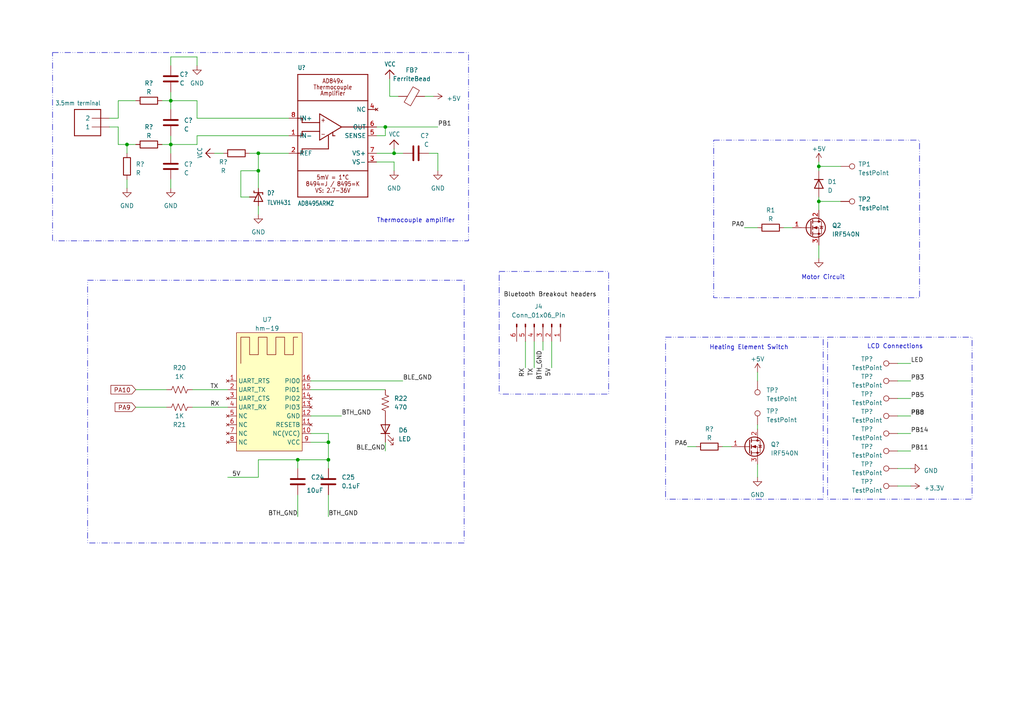
<source format=kicad_sch>
(kicad_sch (version 20230121) (generator eeschema)

  (uuid 33ac9c2c-da3d-449b-974d-0acebd805f1b)

  (paper "A4")

  (lib_symbols
    (symbol "Adafruit AD849x_Thermo-eagle-import:AD849X" (in_bom yes) (on_board yes)
      (property "Reference" "U" (at -10.16 19.05 0)
        (effects (font (size 1.27 1.0795)) (justify left bottom))
      )
      (property "Value" "" (at -10.16 -20.32 0)
        (effects (font (size 1.27 1.0795)) (justify left bottom))
      )
      (property "Footprint" "Adafruit AD849x_Thermo:MSOP8_0.65MM" (at 0 0 0)
        (effects (font (size 1.27 1.27)) hide)
      )
      (property "Datasheet" "" (at 0 0 0)
        (effects (font (size 1.27 1.27)) hide)
      )
      (property "ki_locked" "" (at 0 0 0)
        (effects (font (size 1.27 1.27)))
      )
      (symbol "AD849X_1_0"
        (polyline
          (pts
            (xy -10.16 -10.16)
            (xy -10.16 -17.78)
          )
          (stroke (width 0.254) (type solid))
          (fill (type none))
        )
        (polyline
          (pts
            (xy -10.16 -10.16)
            (xy -10.16 -5.08)
          )
          (stroke (width 0.254) (type solid))
          (fill (type none))
        )
        (polyline
          (pts
            (xy -10.16 -5.08)
            (xy -10.16 0)
          )
          (stroke (width 0.254) (type solid))
          (fill (type none))
        )
        (polyline
          (pts
            (xy -10.16 0)
            (xy -10.16 5.08)
          )
          (stroke (width 0.254) (type solid))
          (fill (type none))
        )
        (polyline
          (pts
            (xy -10.16 0)
            (xy -8.89 0)
          )
          (stroke (width 0.254) (type solid))
          (fill (type none))
        )
        (polyline
          (pts
            (xy -10.16 5.08)
            (xy -10.16 10.16)
          )
          (stroke (width 0.254) (type solid))
          (fill (type none))
        )
        (polyline
          (pts
            (xy -10.16 5.08)
            (xy -8.89 5.08)
          )
          (stroke (width 0.254) (type solid))
          (fill (type none))
        )
        (polyline
          (pts
            (xy -10.16 10.16)
            (xy -10.16 17.78)
          )
          (stroke (width 0.254) (type solid))
          (fill (type none))
        )
        (polyline
          (pts
            (xy -10.16 10.16)
            (xy 10.16 10.16)
          )
          (stroke (width 0.254) (type solid))
          (fill (type none))
        )
        (polyline
          (pts
            (xy -10.16 17.78)
            (xy 10.16 17.78)
          )
          (stroke (width 0.254) (type solid))
          (fill (type none))
        )
        (polyline
          (pts
            (xy -8.89 -5.08)
            (xy -10.16 -5.08)
          )
          (stroke (width 0.254) (type solid))
          (fill (type none))
        )
        (polyline
          (pts
            (xy -8.89 -3.81)
            (xy -8.89 -5.08)
          )
          (stroke (width 0.254) (type solid))
          (fill (type none))
        )
        (polyline
          (pts
            (xy -8.89 0)
            (xy -8.89 1.27)
          )
          (stroke (width 0.254) (type solid))
          (fill (type none))
        )
        (polyline
          (pts
            (xy -8.89 1.27)
            (xy -3.81 1.27)
          )
          (stroke (width 0.254) (type solid))
          (fill (type none))
        )
        (polyline
          (pts
            (xy -8.89 3.81)
            (xy -3.81 3.81)
          )
          (stroke (width 0.254) (type solid))
          (fill (type none))
        )
        (polyline
          (pts
            (xy -8.89 5.08)
            (xy -8.89 3.81)
          )
          (stroke (width 0.254) (type solid))
          (fill (type none))
        )
        (polyline
          (pts
            (xy -3.81 -1.27)
            (xy -3.81 1.27)
          )
          (stroke (width 0.254) (type solid))
          (fill (type none))
        )
        (polyline
          (pts
            (xy -3.81 1.27)
            (xy -3.81 3.81)
          )
          (stroke (width 0.254) (type solid))
          (fill (type none))
        )
        (polyline
          (pts
            (xy -3.81 3.81)
            (xy -3.81 6.35)
          )
          (stroke (width 0.254) (type solid))
          (fill (type none))
        )
        (polyline
          (pts
            (xy -3.81 6.35)
            (xy 2.54 2.54)
          )
          (stroke (width 0.254) (type solid))
          (fill (type none))
        )
        (polyline
          (pts
            (xy -1.27 -3.81)
            (xy -8.89 -3.81)
          )
          (stroke (width 0.254) (type solid))
          (fill (type none))
        )
        (polyline
          (pts
            (xy -1.27 0)
            (xy -1.27 -3.81)
          )
          (stroke (width 0.254) (type solid))
          (fill (type none))
        )
        (polyline
          (pts
            (xy 0 0)
            (xy 0 1.016)
          )
          (stroke (width 0.254) (type solid))
          (fill (type none))
        )
        (polyline
          (pts
            (xy 0 0)
            (xy 0.635 0)
          )
          (stroke (width 0.254) (type solid))
          (fill (type none))
        )
        (polyline
          (pts
            (xy 0 1.016)
            (xy -3.81 -1.27)
          )
          (stroke (width 0.254) (type solid))
          (fill (type none))
        )
        (polyline
          (pts
            (xy 2.54 2.54)
            (xy 0 1.016)
          )
          (stroke (width 0.254) (type solid))
          (fill (type none))
        )
        (polyline
          (pts
            (xy 2.54 2.54)
            (xy 10.16 2.54)
          )
          (stroke (width 0.254) (type solid))
          (fill (type none))
        )
        (polyline
          (pts
            (xy 10.16 -17.78)
            (xy -10.16 -17.78)
          )
          (stroke (width 0.254) (type solid))
          (fill (type none))
        )
        (polyline
          (pts
            (xy 10.16 -10.16)
            (xy -10.16 -10.16)
          )
          (stroke (width 0.254) (type solid))
          (fill (type none))
        )
        (polyline
          (pts
            (xy 10.16 -10.16)
            (xy 10.16 -17.78)
          )
          (stroke (width 0.254) (type solid))
          (fill (type none))
        )
        (polyline
          (pts
            (xy 10.16 2.54)
            (xy 10.16 -10.16)
          )
          (stroke (width 0.254) (type solid))
          (fill (type none))
        )
        (polyline
          (pts
            (xy 10.16 10.16)
            (xy 10.16 2.54)
          )
          (stroke (width 0.254) (type solid))
          (fill (type none))
        )
        (polyline
          (pts
            (xy 10.16 17.78)
            (xy 10.16 10.16)
          )
          (stroke (width 0.254) (type solid))
          (fill (type none))
        )
        (text "+" (at -2.794 4.572 0)
          (effects (font (size 1.27 1.0795)))
        )
        (text "-" (at -2.794 0.508 0)
          (effects (font (size 1.27 1.0795)))
        )
        (text "5mV = 1°C" (at 0 -12.065 0)
          (effects (font (size 1.27 1.0795)))
        )
        (text "8494=J / 8495=K" (at 0 -13.97 0)
          (effects (font (size 1.27 1.0795)))
        )
        (text "AD849x" (at 0 15.875 0)
          (effects (font (size 1.27 1.0795)))
        )
        (text "Amplifier" (at 0 12.319 0)
          (effects (font (size 1.27 1.0795)))
        )
        (text "Thermocouple" (at 0 14.097 0)
          (effects (font (size 1.27 1.0795)))
        )
        (text "VS: 2.7-36V" (at 0 -15.875 0)
          (effects (font (size 1.27 1.0795)))
        )
        (pin input line (at -12.7 0 0) (length 2.54)
          (name "IN-" (effects (font (size 1.27 1.27))))
          (number "1" (effects (font (size 1.27 1.27))))
        )
        (pin input line (at -12.7 -5.08 0) (length 2.54)
          (name "REF" (effects (font (size 1.27 1.27))))
          (number "2" (effects (font (size 1.27 1.27))))
        )
        (pin power_in line (at 12.7 -7.62 180) (length 2.54)
          (name "VS-" (effects (font (size 1.27 1.27))))
          (number "3" (effects (font (size 1.27 1.27))))
        )
        (pin no_connect line (at 12.7 7.62 180) (length 2.54)
          (name "NC" (effects (font (size 1.27 1.27))))
          (number "4" (effects (font (size 1.27 1.27))))
        )
        (pin bidirectional line (at 12.7 0 180) (length 2.54)
          (name "SENSE" (effects (font (size 1.27 1.27))))
          (number "5" (effects (font (size 1.27 1.27))))
        )
        (pin output line (at 12.7 2.54 180) (length 2.54)
          (name "OUT" (effects (font (size 1.27 1.27))))
          (number "6" (effects (font (size 1.27 1.27))))
        )
        (pin power_in line (at 12.7 -5.08 180) (length 2.54)
          (name "VS+" (effects (font (size 1.27 1.27))))
          (number "7" (effects (font (size 1.27 1.27))))
        )
        (pin input line (at -12.7 5.08 0) (length 2.54)
          (name "IN+" (effects (font (size 1.27 1.27))))
          (number "8" (effects (font (size 1.27 1.27))))
        )
      )
    )
    (symbol "Adafruit AD849x_Thermo-eagle-import:SHUNT-VREF" (in_bom yes) (on_board yes)
      (property "Reference" "D" (at 2.54 0.4826 0)
        (effects (font (size 1.27 1.0795)) (justify left bottom))
      )
      (property "Value" "" (at 2.54 -2.3114 0)
        (effects (font (size 1.27 1.0795)) (justify left bottom))
      )
      (property "Footprint" "Adafruit AD849x_Thermo:SOT23-R" (at 0 0 0)
        (effects (font (size 1.27 1.27)) hide)
      )
      (property "Datasheet" "" (at 0 0 0)
        (effects (font (size 1.27 1.27)) hide)
      )
      (property "ki_locked" "" (at 0 0 0)
        (effects (font (size 1.27 1.27)))
      )
      (symbol "SHUNT-VREF_1_0"
        (polyline
          (pts
            (xy -2.54 0)
            (xy -0.635 0)
          )
          (stroke (width 0.254) (type solid))
          (fill (type none))
        )
        (polyline
          (pts
            (xy -1.27 -1.27)
            (xy 1.27 -1.27)
          )
          (stroke (width 0.254) (type solid))
          (fill (type none))
        )
        (polyline
          (pts
            (xy -1.27 1.27)
            (xy -1.27 1.778)
          )
          (stroke (width 0.254) (type solid))
          (fill (type none))
        )
        (polyline
          (pts
            (xy -1.27 1.27)
            (xy 0 1.27)
          )
          (stroke (width 0.254) (type solid))
          (fill (type none))
        )
        (polyline
          (pts
            (xy -0.635 0)
            (xy -1.27 -1.27)
          )
          (stroke (width 0.254) (type solid))
          (fill (type none))
        )
        (polyline
          (pts
            (xy 0 1.27)
            (xy -0.635 0)
          )
          (stroke (width 0.254) (type solid))
          (fill (type none))
        )
        (polyline
          (pts
            (xy 0 1.27)
            (xy 1.27 1.27)
          )
          (stroke (width 0.254) (type solid))
          (fill (type none))
        )
        (polyline
          (pts
            (xy 1.27 -1.27)
            (xy 0 1.27)
          )
          (stroke (width 0.254) (type solid))
          (fill (type none))
        )
        (polyline
          (pts
            (xy 1.27 1.27)
            (xy 1.27 0.762)
          )
          (stroke (width 0.254) (type solid))
          (fill (type none))
        )
        (pin passive line (at -2.54 0 0) (length 0)
          (name "VREF" (effects (font (size 0 0))))
          (number "1" (effects (font (size 0 0))))
        )
        (pin passive line (at 0 2.54 270) (length 2.54)
          (name "C" (effects (font (size 0 0))))
          (number "2" (effects (font (size 0 0))))
        )
        (pin passive line (at 0 -2.54 90) (length 2.54)
          (name "A" (effects (font (size 0 0))))
          (number "3" (effects (font (size 0 0))))
        )
      )
    )
    (symbol "Adafruit AD849x_Thermo-eagle-import:TERMBLOCK_1X2" (in_bom yes) (on_board yes)
      (property "Reference" "X" (at -2.54 7.62 0)
        (effects (font (size 1.27 1.0795)) (justify left bottom))
      )
      (property "Value" "" (at -2.54 -5.08 0)
        (effects (font (size 1.27 1.0795)) (justify left bottom))
      )
      (property "Footprint" "Adafruit AD849x_Thermo:TERMBLOCK_1X2-3.5MM" (at 0 0 0)
        (effects (font (size 1.27 1.27)) hide)
      )
      (property "Datasheet" "" (at 0 0 0)
        (effects (font (size 1.27 1.27)) hide)
      )
      (property "ki_locked" "" (at 0 0 0)
        (effects (font (size 1.27 1.27)))
      )
      (symbol "TERMBLOCK_1X2_1_0"
        (polyline
          (pts
            (xy -2.54 -2.54)
            (xy 5.08 -2.54)
          )
          (stroke (width 0.254) (type solid))
          (fill (type none))
        )
        (polyline
          (pts
            (xy -2.54 5.08)
            (xy -2.54 -2.54)
          )
          (stroke (width 0.254) (type solid))
          (fill (type none))
        )
        (polyline
          (pts
            (xy 5.08 -2.54)
            (xy 5.08 5.08)
          )
          (stroke (width 0.254) (type solid))
          (fill (type none))
        )
        (polyline
          (pts
            (xy 5.08 5.08)
            (xy -2.54 5.08)
          )
          (stroke (width 0.254) (type solid))
          (fill (type none))
        )
        (pin passive line (at -5.08 2.54 0) (length 5.08)
          (name "1" (effects (font (size 1.27 1.27))))
          (number "1" (effects (font (size 0 0))))
        )
        (pin passive line (at -5.08 0 0) (length 5.08)
          (name "2" (effects (font (size 1.27 1.27))))
          (number "2" (effects (font (size 0 0))))
        )
      )
    )
    (symbol "Adafruit AD849x_Thermo-eagle-import:VCC" (power) (in_bom yes) (on_board yes)
      (property "Reference" "#P+" (at 0 0 0)
        (effects (font (size 1.27 1.27)) hide)
      )
      (property "Value" "VCC" (at -1.524 1.016 0)
        (effects (font (size 1.27 1.0795)) (justify left bottom))
      )
      (property "Footprint" "" (at 0 0 0)
        (effects (font (size 1.27 1.27)) hide)
      )
      (property "Datasheet" "" (at 0 0 0)
        (effects (font (size 1.27 1.27)) hide)
      )
      (property "ki_locked" "" (at 0 0 0)
        (effects (font (size 1.27 1.27)))
      )
      (symbol "VCC_1_0"
        (polyline
          (pts
            (xy -1.27 -1.27)
            (xy 0 0)
          )
          (stroke (width 0.254) (type solid))
          (fill (type none))
        )
        (polyline
          (pts
            (xy 0 0)
            (xy 1.27 -1.27)
          )
          (stroke (width 0.254) (type solid))
          (fill (type none))
        )
        (pin power_in line (at 0 -2.54 90) (length 2.54)
          (name "VCC" (effects (font (size 0 0))))
          (number "1" (effects (font (size 0 0))))
        )
      )
    )
    (symbol "Connector:Conn_01x06_Pin" (pin_names (offset 1.016) hide) (in_bom yes) (on_board yes)
      (property "Reference" "J" (at 0 7.62 0)
        (effects (font (size 1.27 1.27)))
      )
      (property "Value" "Conn_01x06_Pin" (at 0 -10.16 0)
        (effects (font (size 1.27 1.27)))
      )
      (property "Footprint" "" (at 0 0 0)
        (effects (font (size 1.27 1.27)) hide)
      )
      (property "Datasheet" "~" (at 0 0 0)
        (effects (font (size 1.27 1.27)) hide)
      )
      (property "ki_locked" "" (at 0 0 0)
        (effects (font (size 1.27 1.27)))
      )
      (property "ki_keywords" "connector" (at 0 0 0)
        (effects (font (size 1.27 1.27)) hide)
      )
      (property "ki_description" "Generic connector, single row, 01x06, script generated" (at 0 0 0)
        (effects (font (size 1.27 1.27)) hide)
      )
      (property "ki_fp_filters" "Connector*:*_1x??_*" (at 0 0 0)
        (effects (font (size 1.27 1.27)) hide)
      )
      (symbol "Conn_01x06_Pin_1_1"
        (polyline
          (pts
            (xy 1.27 -7.62)
            (xy 0.8636 -7.62)
          )
          (stroke (width 0.1524) (type default))
          (fill (type none))
        )
        (polyline
          (pts
            (xy 1.27 -5.08)
            (xy 0.8636 -5.08)
          )
          (stroke (width 0.1524) (type default))
          (fill (type none))
        )
        (polyline
          (pts
            (xy 1.27 -2.54)
            (xy 0.8636 -2.54)
          )
          (stroke (width 0.1524) (type default))
          (fill (type none))
        )
        (polyline
          (pts
            (xy 1.27 0)
            (xy 0.8636 0)
          )
          (stroke (width 0.1524) (type default))
          (fill (type none))
        )
        (polyline
          (pts
            (xy 1.27 2.54)
            (xy 0.8636 2.54)
          )
          (stroke (width 0.1524) (type default))
          (fill (type none))
        )
        (polyline
          (pts
            (xy 1.27 5.08)
            (xy 0.8636 5.08)
          )
          (stroke (width 0.1524) (type default))
          (fill (type none))
        )
        (rectangle (start 0.8636 -7.493) (end 0 -7.747)
          (stroke (width 0.1524) (type default))
          (fill (type outline))
        )
        (rectangle (start 0.8636 -4.953) (end 0 -5.207)
          (stroke (width 0.1524) (type default))
          (fill (type outline))
        )
        (rectangle (start 0.8636 -2.413) (end 0 -2.667)
          (stroke (width 0.1524) (type default))
          (fill (type outline))
        )
        (rectangle (start 0.8636 0.127) (end 0 -0.127)
          (stroke (width 0.1524) (type default))
          (fill (type outline))
        )
        (rectangle (start 0.8636 2.667) (end 0 2.413)
          (stroke (width 0.1524) (type default))
          (fill (type outline))
        )
        (rectangle (start 0.8636 5.207) (end 0 4.953)
          (stroke (width 0.1524) (type default))
          (fill (type outline))
        )
        (pin passive line (at 5.08 5.08 180) (length 3.81)
          (name "Pin_1" (effects (font (size 1.27 1.27))))
          (number "1" (effects (font (size 1.27 1.27))))
        )
        (pin passive line (at 5.08 2.54 180) (length 3.81)
          (name "Pin_2" (effects (font (size 1.27 1.27))))
          (number "2" (effects (font (size 1.27 1.27))))
        )
        (pin passive line (at 5.08 0 180) (length 3.81)
          (name "Pin_3" (effects (font (size 1.27 1.27))))
          (number "3" (effects (font (size 1.27 1.27))))
        )
        (pin passive line (at 5.08 -2.54 180) (length 3.81)
          (name "Pin_4" (effects (font (size 1.27 1.27))))
          (number "4" (effects (font (size 1.27 1.27))))
        )
        (pin passive line (at 5.08 -5.08 180) (length 3.81)
          (name "Pin_5" (effects (font (size 1.27 1.27))))
          (number "5" (effects (font (size 1.27 1.27))))
        )
        (pin passive line (at 5.08 -7.62 180) (length 3.81)
          (name "Pin_6" (effects (font (size 1.27 1.27))))
          (number "6" (effects (font (size 1.27 1.27))))
        )
      )
    )
    (symbol "Connector:TestPoint" (pin_numbers hide) (pin_names (offset 0.762) hide) (in_bom yes) (on_board yes)
      (property "Reference" "TP" (at 0 6.858 0)
        (effects (font (size 1.27 1.27)))
      )
      (property "Value" "TestPoint" (at 0 5.08 0)
        (effects (font (size 1.27 1.27)))
      )
      (property "Footprint" "" (at 5.08 0 0)
        (effects (font (size 1.27 1.27)) hide)
      )
      (property "Datasheet" "~" (at 5.08 0 0)
        (effects (font (size 1.27 1.27)) hide)
      )
      (property "ki_keywords" "test point tp" (at 0 0 0)
        (effects (font (size 1.27 1.27)) hide)
      )
      (property "ki_description" "test point" (at 0 0 0)
        (effects (font (size 1.27 1.27)) hide)
      )
      (property "ki_fp_filters" "Pin* Test*" (at 0 0 0)
        (effects (font (size 1.27 1.27)) hide)
      )
      (symbol "TestPoint_0_1"
        (circle (center 0 3.302) (radius 0.762)
          (stroke (width 0) (type default))
          (fill (type none))
        )
      )
      (symbol "TestPoint_1_1"
        (pin passive line (at 0 0 90) (length 2.54)
          (name "1" (effects (font (size 1.27 1.27))))
          (number "1" (effects (font (size 1.27 1.27))))
        )
      )
    )
    (symbol "Device:C" (pin_numbers hide) (pin_names (offset 0.254)) (in_bom yes) (on_board yes)
      (property "Reference" "C" (at 0.635 2.54 0)
        (effects (font (size 1.27 1.27)) (justify left))
      )
      (property "Value" "C" (at 0.635 -2.54 0)
        (effects (font (size 1.27 1.27)) (justify left))
      )
      (property "Footprint" "" (at 0.9652 -3.81 0)
        (effects (font (size 1.27 1.27)) hide)
      )
      (property "Datasheet" "~" (at 0 0 0)
        (effects (font (size 1.27 1.27)) hide)
      )
      (property "ki_keywords" "cap capacitor" (at 0 0 0)
        (effects (font (size 1.27 1.27)) hide)
      )
      (property "ki_description" "Unpolarized capacitor" (at 0 0 0)
        (effects (font (size 1.27 1.27)) hide)
      )
      (property "ki_fp_filters" "C_*" (at 0 0 0)
        (effects (font (size 1.27 1.27)) hide)
      )
      (symbol "C_0_1"
        (polyline
          (pts
            (xy -2.032 -0.762)
            (xy 2.032 -0.762)
          )
          (stroke (width 0.508) (type default))
          (fill (type none))
        )
        (polyline
          (pts
            (xy -2.032 0.762)
            (xy 2.032 0.762)
          )
          (stroke (width 0.508) (type default))
          (fill (type none))
        )
      )
      (symbol "C_1_1"
        (pin passive line (at 0 3.81 270) (length 2.794)
          (name "~" (effects (font (size 1.27 1.27))))
          (number "1" (effects (font (size 1.27 1.27))))
        )
        (pin passive line (at 0 -3.81 90) (length 2.794)
          (name "~" (effects (font (size 1.27 1.27))))
          (number "2" (effects (font (size 1.27 1.27))))
        )
      )
    )
    (symbol "Device:D" (pin_numbers hide) (pin_names (offset 1.016) hide) (in_bom yes) (on_board yes)
      (property "Reference" "D" (at 0 2.54 0)
        (effects (font (size 1.27 1.27)))
      )
      (property "Value" "D" (at 0 -2.54 0)
        (effects (font (size 1.27 1.27)))
      )
      (property "Footprint" "" (at 0 0 0)
        (effects (font (size 1.27 1.27)) hide)
      )
      (property "Datasheet" "~" (at 0 0 0)
        (effects (font (size 1.27 1.27)) hide)
      )
      (property "Sim.Device" "D" (at 0 0 0)
        (effects (font (size 1.27 1.27)) hide)
      )
      (property "Sim.Pins" "1=K 2=A" (at 0 0 0)
        (effects (font (size 1.27 1.27)) hide)
      )
      (property "ki_keywords" "diode" (at 0 0 0)
        (effects (font (size 1.27 1.27)) hide)
      )
      (property "ki_description" "Diode" (at 0 0 0)
        (effects (font (size 1.27 1.27)) hide)
      )
      (property "ki_fp_filters" "TO-???* *_Diode_* *SingleDiode* D_*" (at 0 0 0)
        (effects (font (size 1.27 1.27)) hide)
      )
      (symbol "D_0_1"
        (polyline
          (pts
            (xy -1.27 1.27)
            (xy -1.27 -1.27)
          )
          (stroke (width 0.254) (type default))
          (fill (type none))
        )
        (polyline
          (pts
            (xy 1.27 0)
            (xy -1.27 0)
          )
          (stroke (width 0) (type default))
          (fill (type none))
        )
        (polyline
          (pts
            (xy 1.27 1.27)
            (xy 1.27 -1.27)
            (xy -1.27 0)
            (xy 1.27 1.27)
          )
          (stroke (width 0.254) (type default))
          (fill (type none))
        )
      )
      (symbol "D_1_1"
        (pin passive line (at -3.81 0 0) (length 2.54)
          (name "K" (effects (font (size 1.27 1.27))))
          (number "1" (effects (font (size 1.27 1.27))))
        )
        (pin passive line (at 3.81 0 180) (length 2.54)
          (name "A" (effects (font (size 1.27 1.27))))
          (number "2" (effects (font (size 1.27 1.27))))
        )
      )
    )
    (symbol "Device:FerriteBead" (pin_numbers hide) (pin_names (offset 0)) (in_bom yes) (on_board yes)
      (property "Reference" "FB" (at -3.81 0.635 90)
        (effects (font (size 1.27 1.27)))
      )
      (property "Value" "FerriteBead" (at 3.81 0 90)
        (effects (font (size 1.27 1.27)))
      )
      (property "Footprint" "" (at -1.778 0 90)
        (effects (font (size 1.27 1.27)) hide)
      )
      (property "Datasheet" "~" (at 0 0 0)
        (effects (font (size 1.27 1.27)) hide)
      )
      (property "ki_keywords" "L ferrite bead inductor filter" (at 0 0 0)
        (effects (font (size 1.27 1.27)) hide)
      )
      (property "ki_description" "Ferrite bead" (at 0 0 0)
        (effects (font (size 1.27 1.27)) hide)
      )
      (property "ki_fp_filters" "Inductor_* L_* *Ferrite*" (at 0 0 0)
        (effects (font (size 1.27 1.27)) hide)
      )
      (symbol "FerriteBead_0_1"
        (polyline
          (pts
            (xy 0 -1.27)
            (xy 0 -1.2192)
          )
          (stroke (width 0) (type default))
          (fill (type none))
        )
        (polyline
          (pts
            (xy 0 1.27)
            (xy 0 1.2954)
          )
          (stroke (width 0) (type default))
          (fill (type none))
        )
        (polyline
          (pts
            (xy -2.7686 0.4064)
            (xy -1.7018 2.2606)
            (xy 2.7686 -0.3048)
            (xy 1.6764 -2.159)
            (xy -2.7686 0.4064)
          )
          (stroke (width 0) (type default))
          (fill (type none))
        )
      )
      (symbol "FerriteBead_1_1"
        (pin passive line (at 0 3.81 270) (length 2.54)
          (name "~" (effects (font (size 1.27 1.27))))
          (number "1" (effects (font (size 1.27 1.27))))
        )
        (pin passive line (at 0 -3.81 90) (length 2.54)
          (name "~" (effects (font (size 1.27 1.27))))
          (number "2" (effects (font (size 1.27 1.27))))
        )
      )
    )
    (symbol "Device:LED" (pin_numbers hide) (pin_names (offset 1.016) hide) (in_bom yes) (on_board yes)
      (property "Reference" "D" (at 0 2.54 0)
        (effects (font (size 1.27 1.27)))
      )
      (property "Value" "LED" (at 0 -2.54 0)
        (effects (font (size 1.27 1.27)))
      )
      (property "Footprint" "" (at 0 0 0)
        (effects (font (size 1.27 1.27)) hide)
      )
      (property "Datasheet" "~" (at 0 0 0)
        (effects (font (size 1.27 1.27)) hide)
      )
      (property "ki_keywords" "LED diode" (at 0 0 0)
        (effects (font (size 1.27 1.27)) hide)
      )
      (property "ki_description" "Light emitting diode" (at 0 0 0)
        (effects (font (size 1.27 1.27)) hide)
      )
      (property "ki_fp_filters" "LED* LED_SMD:* LED_THT:*" (at 0 0 0)
        (effects (font (size 1.27 1.27)) hide)
      )
      (symbol "LED_0_1"
        (polyline
          (pts
            (xy -1.27 -1.27)
            (xy -1.27 1.27)
          )
          (stroke (width 0.254) (type default))
          (fill (type none))
        )
        (polyline
          (pts
            (xy -1.27 0)
            (xy 1.27 0)
          )
          (stroke (width 0) (type default))
          (fill (type none))
        )
        (polyline
          (pts
            (xy 1.27 -1.27)
            (xy 1.27 1.27)
            (xy -1.27 0)
            (xy 1.27 -1.27)
          )
          (stroke (width 0.254) (type default))
          (fill (type none))
        )
        (polyline
          (pts
            (xy -3.048 -0.762)
            (xy -4.572 -2.286)
            (xy -3.81 -2.286)
            (xy -4.572 -2.286)
            (xy -4.572 -1.524)
          )
          (stroke (width 0) (type default))
          (fill (type none))
        )
        (polyline
          (pts
            (xy -1.778 -0.762)
            (xy -3.302 -2.286)
            (xy -2.54 -2.286)
            (xy -3.302 -2.286)
            (xy -3.302 -1.524)
          )
          (stroke (width 0) (type default))
          (fill (type none))
        )
      )
      (symbol "LED_1_1"
        (pin passive line (at -3.81 0 0) (length 2.54)
          (name "K" (effects (font (size 1.27 1.27))))
          (number "1" (effects (font (size 1.27 1.27))))
        )
        (pin passive line (at 3.81 0 180) (length 2.54)
          (name "A" (effects (font (size 1.27 1.27))))
          (number "2" (effects (font (size 1.27 1.27))))
        )
      )
    )
    (symbol "Device:R" (pin_numbers hide) (pin_names (offset 0)) (in_bom yes) (on_board yes)
      (property "Reference" "R" (at 2.032 0 90)
        (effects (font (size 1.27 1.27)))
      )
      (property "Value" "R" (at 0 0 90)
        (effects (font (size 1.27 1.27)))
      )
      (property "Footprint" "" (at -1.778 0 90)
        (effects (font (size 1.27 1.27)) hide)
      )
      (property "Datasheet" "~" (at 0 0 0)
        (effects (font (size 1.27 1.27)) hide)
      )
      (property "ki_keywords" "R res resistor" (at 0 0 0)
        (effects (font (size 1.27 1.27)) hide)
      )
      (property "ki_description" "Resistor" (at 0 0 0)
        (effects (font (size 1.27 1.27)) hide)
      )
      (property "ki_fp_filters" "R_*" (at 0 0 0)
        (effects (font (size 1.27 1.27)) hide)
      )
      (symbol "R_0_1"
        (rectangle (start -1.016 -2.54) (end 1.016 2.54)
          (stroke (width 0.254) (type default))
          (fill (type none))
        )
      )
      (symbol "R_1_1"
        (pin passive line (at 0 3.81 270) (length 1.27)
          (name "~" (effects (font (size 1.27 1.27))))
          (number "1" (effects (font (size 1.27 1.27))))
        )
        (pin passive line (at 0 -3.81 90) (length 1.27)
          (name "~" (effects (font (size 1.27 1.27))))
          (number "2" (effects (font (size 1.27 1.27))))
        )
      )
    )
    (symbol "Device:R_US" (pin_numbers hide) (pin_names (offset 0)) (in_bom yes) (on_board yes)
      (property "Reference" "R" (at 2.54 0 90)
        (effects (font (size 1.27 1.27)))
      )
      (property "Value" "R_US" (at -2.54 0 90)
        (effects (font (size 1.27 1.27)))
      )
      (property "Footprint" "" (at 1.016 -0.254 90)
        (effects (font (size 1.27 1.27)) hide)
      )
      (property "Datasheet" "~" (at 0 0 0)
        (effects (font (size 1.27 1.27)) hide)
      )
      (property "ki_keywords" "R res resistor" (at 0 0 0)
        (effects (font (size 1.27 1.27)) hide)
      )
      (property "ki_description" "Resistor, US symbol" (at 0 0 0)
        (effects (font (size 1.27 1.27)) hide)
      )
      (property "ki_fp_filters" "R_*" (at 0 0 0)
        (effects (font (size 1.27 1.27)) hide)
      )
      (symbol "R_US_0_1"
        (polyline
          (pts
            (xy 0 -2.286)
            (xy 0 -2.54)
          )
          (stroke (width 0) (type default))
          (fill (type none))
        )
        (polyline
          (pts
            (xy 0 2.286)
            (xy 0 2.54)
          )
          (stroke (width 0) (type default))
          (fill (type none))
        )
        (polyline
          (pts
            (xy 0 -0.762)
            (xy 1.016 -1.143)
            (xy 0 -1.524)
            (xy -1.016 -1.905)
            (xy 0 -2.286)
          )
          (stroke (width 0) (type default))
          (fill (type none))
        )
        (polyline
          (pts
            (xy 0 0.762)
            (xy 1.016 0.381)
            (xy 0 0)
            (xy -1.016 -0.381)
            (xy 0 -0.762)
          )
          (stroke (width 0) (type default))
          (fill (type none))
        )
        (polyline
          (pts
            (xy 0 2.286)
            (xy 1.016 1.905)
            (xy 0 1.524)
            (xy -1.016 1.143)
            (xy 0 0.762)
          )
          (stroke (width 0) (type default))
          (fill (type none))
        )
      )
      (symbol "R_US_1_1"
        (pin passive line (at 0 3.81 270) (length 1.27)
          (name "~" (effects (font (size 1.27 1.27))))
          (number "1" (effects (font (size 1.27 1.27))))
        )
        (pin passive line (at 0 -3.81 90) (length 1.27)
          (name "~" (effects (font (size 1.27 1.27))))
          (number "2" (effects (font (size 1.27 1.27))))
        )
      )
    )
    (symbol "HM19:hm-19" (in_bom yes) (on_board yes)
      (property "Reference" "U" (at 0 20.32 0)
        (effects (font (size 1.27 1.27)))
      )
      (property "Value" "hm-19" (at 0 17.78 0)
        (effects (font (size 1.27 1.27)))
      )
      (property "Footprint" "" (at 0 17.78 0)
        (effects (font (size 1.27 1.27)) hide)
      )
      (property "Datasheet" "" (at 0 17.78 0)
        (effects (font (size 1.27 1.27)) hide)
      )
      (symbol "hm-19_0_1"
        (rectangle (start -8.89 15.24) (end 10.16 -19.05)
          (stroke (width 0) (type default))
          (fill (type background))
        )
        (polyline
          (pts
            (xy -7.62 6.35)
            (xy -7.62 13.97)
            (xy -5.08 13.97)
            (xy -5.08 8.89)
            (xy -2.54 8.89)
            (xy -2.54 13.97)
            (xy 0 13.97)
            (xy 0 8.89)
            (xy 2.54 8.89)
            (xy 2.54 13.97)
            (xy 5.08 13.97)
            (xy 5.08 8.89)
            (xy 7.62 8.89)
            (xy 7.62 13.97)
            (xy 8.89 13.97)
          )
          (stroke (width 0) (type default))
          (fill (type none))
        )
      )
      (symbol "hm-19_1_1"
        (pin no_connect line (at -11.43 1.27 0) (length 2.54)
          (name "UART_RTS" (effects (font (size 1.27 1.27))))
          (number "1" (effects (font (size 1.27 1.27))))
        )
        (pin input line (at 12.7 -13.97 180) (length 2.54)
          (name "NC(VCC)" (effects (font (size 1.27 1.27))))
          (number "10" (effects (font (size 1.27 1.27))))
        )
        (pin no_connect line (at 12.7 -11.43 180) (length 2.54)
          (name "RESETB" (effects (font (size 1.27 1.27))))
          (number "11" (effects (font (size 1.27 1.27))))
        )
        (pin output line (at 12.7 -8.89 180) (length 2.54)
          (name "GND" (effects (font (size 1.27 1.27))))
          (number "12" (effects (font (size 1.27 1.27))))
        )
        (pin no_connect line (at 12.7 -6.35 180) (length 2.54)
          (name "PIO3" (effects (font (size 1.27 1.27))))
          (number "13" (effects (font (size 1.27 1.27))))
        )
        (pin no_connect line (at 12.7 -3.81 180) (length 2.54)
          (name "PIO2" (effects (font (size 1.27 1.27))))
          (number "14" (effects (font (size 1.27 1.27))))
        )
        (pin input line (at 12.7 -1.27 180) (length 2.54)
          (name "PIO1" (effects (font (size 1.27 1.27))))
          (number "15" (effects (font (size 1.27 1.27))))
        )
        (pin input line (at 12.7 1.27 180) (length 2.54)
          (name "PIO0" (effects (font (size 1.27 1.27))))
          (number "16" (effects (font (size 1.27 1.27))))
        )
        (pin output line (at -11.43 -1.27 0) (length 2.54)
          (name "UART_TX" (effects (font (size 1.27 1.27))))
          (number "2" (effects (font (size 1.27 1.27))))
        )
        (pin no_connect line (at -11.43 -3.81 0) (length 2.54)
          (name "UART_CTS" (effects (font (size 1.27 1.27))))
          (number "3" (effects (font (size 1.27 1.27))))
        )
        (pin input line (at -11.43 -6.35 0) (length 2.54)
          (name "UART_RX" (effects (font (size 1.27 1.27))))
          (number "4" (effects (font (size 1.27 1.27))))
        )
        (pin no_connect line (at -11.43 -8.89 0) (length 2.54)
          (name "NC" (effects (font (size 1.27 1.27))))
          (number "5" (effects (font (size 1.27 1.27))))
        )
        (pin no_connect line (at -11.43 -11.43 0) (length 2.54)
          (name "NC" (effects (font (size 1.27 1.27))))
          (number "6" (effects (font (size 1.27 1.27))))
        )
        (pin no_connect line (at -11.43 -13.97 0) (length 2.54)
          (name "NC" (effects (font (size 1.27 1.27))))
          (number "7" (effects (font (size 1.27 1.27))))
        )
        (pin no_connect line (at -11.43 -16.51 0) (length 2.54)
          (name "NC" (effects (font (size 1.27 1.27))))
          (number "8" (effects (font (size 1.27 1.27))))
        )
        (pin input line (at 12.7 -16.51 180) (length 2.54)
          (name "VCC" (effects (font (size 1.27 1.27))))
          (number "9" (effects (font (size 1.27 1.27))))
        )
      )
    )
    (symbol "Transistor_FET:IRF540N" (pin_names hide) (in_bom yes) (on_board yes)
      (property "Reference" "Q" (at 6.35 1.905 0)
        (effects (font (size 1.27 1.27)) (justify left))
      )
      (property "Value" "IRF540N" (at 6.35 0 0)
        (effects (font (size 1.27 1.27)) (justify left))
      )
      (property "Footprint" "Package_TO_SOT_THT:TO-220-3_Vertical" (at 6.35 -1.905 0)
        (effects (font (size 1.27 1.27) italic) (justify left) hide)
      )
      (property "Datasheet" "http://www.irf.com/product-info/datasheets/data/irf540n.pdf" (at 0 0 0)
        (effects (font (size 1.27 1.27)) (justify left) hide)
      )
      (property "ki_keywords" "HEXFET N-Channel MOSFET" (at 0 0 0)
        (effects (font (size 1.27 1.27)) hide)
      )
      (property "ki_description" "33A Id, 100V Vds, HEXFET N-Channel MOSFET, TO-220" (at 0 0 0)
        (effects (font (size 1.27 1.27)) hide)
      )
      (property "ki_fp_filters" "TO?220*" (at 0 0 0)
        (effects (font (size 1.27 1.27)) hide)
      )
      (symbol "IRF540N_0_1"
        (polyline
          (pts
            (xy 0.254 0)
            (xy -2.54 0)
          )
          (stroke (width 0) (type default))
          (fill (type none))
        )
        (polyline
          (pts
            (xy 0.254 1.905)
            (xy 0.254 -1.905)
          )
          (stroke (width 0.254) (type default))
          (fill (type none))
        )
        (polyline
          (pts
            (xy 0.762 -1.27)
            (xy 0.762 -2.286)
          )
          (stroke (width 0.254) (type default))
          (fill (type none))
        )
        (polyline
          (pts
            (xy 0.762 0.508)
            (xy 0.762 -0.508)
          )
          (stroke (width 0.254) (type default))
          (fill (type none))
        )
        (polyline
          (pts
            (xy 0.762 2.286)
            (xy 0.762 1.27)
          )
          (stroke (width 0.254) (type default))
          (fill (type none))
        )
        (polyline
          (pts
            (xy 2.54 2.54)
            (xy 2.54 1.778)
          )
          (stroke (width 0) (type default))
          (fill (type none))
        )
        (polyline
          (pts
            (xy 2.54 -2.54)
            (xy 2.54 0)
            (xy 0.762 0)
          )
          (stroke (width 0) (type default))
          (fill (type none))
        )
        (polyline
          (pts
            (xy 0.762 -1.778)
            (xy 3.302 -1.778)
            (xy 3.302 1.778)
            (xy 0.762 1.778)
          )
          (stroke (width 0) (type default))
          (fill (type none))
        )
        (polyline
          (pts
            (xy 1.016 0)
            (xy 2.032 0.381)
            (xy 2.032 -0.381)
            (xy 1.016 0)
          )
          (stroke (width 0) (type default))
          (fill (type outline))
        )
        (polyline
          (pts
            (xy 2.794 0.508)
            (xy 2.921 0.381)
            (xy 3.683 0.381)
            (xy 3.81 0.254)
          )
          (stroke (width 0) (type default))
          (fill (type none))
        )
        (polyline
          (pts
            (xy 3.302 0.381)
            (xy 2.921 -0.254)
            (xy 3.683 -0.254)
            (xy 3.302 0.381)
          )
          (stroke (width 0) (type default))
          (fill (type none))
        )
        (circle (center 1.651 0) (radius 2.794)
          (stroke (width 0.254) (type default))
          (fill (type none))
        )
        (circle (center 2.54 -1.778) (radius 0.254)
          (stroke (width 0) (type default))
          (fill (type outline))
        )
        (circle (center 2.54 1.778) (radius 0.254)
          (stroke (width 0) (type default))
          (fill (type outline))
        )
      )
      (symbol "IRF540N_1_1"
        (pin input line (at -5.08 0 0) (length 2.54)
          (name "G" (effects (font (size 1.27 1.27))))
          (number "1" (effects (font (size 1.27 1.27))))
        )
        (pin passive line (at 2.54 5.08 270) (length 2.54)
          (name "D" (effects (font (size 1.27 1.27))))
          (number "2" (effects (font (size 1.27 1.27))))
        )
        (pin passive line (at 2.54 -5.08 90) (length 2.54)
          (name "S" (effects (font (size 1.27 1.27))))
          (number "3" (effects (font (size 1.27 1.27))))
        )
      )
    )
    (symbol "power:+3.3V" (power) (pin_names (offset 0)) (in_bom yes) (on_board yes)
      (property "Reference" "#PWR" (at 0 -3.81 0)
        (effects (font (size 1.27 1.27)) hide)
      )
      (property "Value" "+3.3V" (at 0 3.556 0)
        (effects (font (size 1.27 1.27)))
      )
      (property "Footprint" "" (at 0 0 0)
        (effects (font (size 1.27 1.27)) hide)
      )
      (property "Datasheet" "" (at 0 0 0)
        (effects (font (size 1.27 1.27)) hide)
      )
      (property "ki_keywords" "global power" (at 0 0 0)
        (effects (font (size 1.27 1.27)) hide)
      )
      (property "ki_description" "Power symbol creates a global label with name \"+3.3V\"" (at 0 0 0)
        (effects (font (size 1.27 1.27)) hide)
      )
      (symbol "+3.3V_0_1"
        (polyline
          (pts
            (xy -0.762 1.27)
            (xy 0 2.54)
          )
          (stroke (width 0) (type default))
          (fill (type none))
        )
        (polyline
          (pts
            (xy 0 0)
            (xy 0 2.54)
          )
          (stroke (width 0) (type default))
          (fill (type none))
        )
        (polyline
          (pts
            (xy 0 2.54)
            (xy 0.762 1.27)
          )
          (stroke (width 0) (type default))
          (fill (type none))
        )
      )
      (symbol "+3.3V_1_1"
        (pin power_in line (at 0 0 90) (length 0) hide
          (name "+3.3V" (effects (font (size 1.27 1.27))))
          (number "1" (effects (font (size 1.27 1.27))))
        )
      )
    )
    (symbol "power:+5V" (power) (pin_names (offset 0)) (in_bom yes) (on_board yes)
      (property "Reference" "#PWR" (at 0 -3.81 0)
        (effects (font (size 1.27 1.27)) hide)
      )
      (property "Value" "+5V" (at 0 3.556 0)
        (effects (font (size 1.27 1.27)))
      )
      (property "Footprint" "" (at 0 0 0)
        (effects (font (size 1.27 1.27)) hide)
      )
      (property "Datasheet" "" (at 0 0 0)
        (effects (font (size 1.27 1.27)) hide)
      )
      (property "ki_keywords" "global power" (at 0 0 0)
        (effects (font (size 1.27 1.27)) hide)
      )
      (property "ki_description" "Power symbol creates a global label with name \"+5V\"" (at 0 0 0)
        (effects (font (size 1.27 1.27)) hide)
      )
      (symbol "+5V_0_1"
        (polyline
          (pts
            (xy -0.762 1.27)
            (xy 0 2.54)
          )
          (stroke (width 0) (type default))
          (fill (type none))
        )
        (polyline
          (pts
            (xy 0 0)
            (xy 0 2.54)
          )
          (stroke (width 0) (type default))
          (fill (type none))
        )
        (polyline
          (pts
            (xy 0 2.54)
            (xy 0.762 1.27)
          )
          (stroke (width 0) (type default))
          (fill (type none))
        )
      )
      (symbol "+5V_1_1"
        (pin power_in line (at 0 0 90) (length 0) hide
          (name "+5V" (effects (font (size 1.27 1.27))))
          (number "1" (effects (font (size 1.27 1.27))))
        )
      )
    )
    (symbol "power:GND" (power) (pin_names (offset 0)) (in_bom yes) (on_board yes)
      (property "Reference" "#PWR" (at 0 -6.35 0)
        (effects (font (size 1.27 1.27)) hide)
      )
      (property "Value" "GND" (at 0 -3.81 0)
        (effects (font (size 1.27 1.27)))
      )
      (property "Footprint" "" (at 0 0 0)
        (effects (font (size 1.27 1.27)) hide)
      )
      (property "Datasheet" "" (at 0 0 0)
        (effects (font (size 1.27 1.27)) hide)
      )
      (property "ki_keywords" "global power" (at 0 0 0)
        (effects (font (size 1.27 1.27)) hide)
      )
      (property "ki_description" "Power symbol creates a global label with name \"GND\" , ground" (at 0 0 0)
        (effects (font (size 1.27 1.27)) hide)
      )
      (symbol "GND_0_1"
        (polyline
          (pts
            (xy 0 0)
            (xy 0 -1.27)
            (xy 1.27 -1.27)
            (xy 0 -2.54)
            (xy -1.27 -1.27)
            (xy 0 -1.27)
          )
          (stroke (width 0) (type default))
          (fill (type none))
        )
      )
      (symbol "GND_1_1"
        (pin power_in line (at 0 0 270) (length 0) hide
          (name "GND" (effects (font (size 1.27 1.27))))
          (number "1" (effects (font (size 1.27 1.27))))
        )
      )
    )
  )

  (junction (at 49.53 29.21) (diameter 0) (color 0 0 0 0)
    (uuid 43df88b3-01df-47fd-b636-ea0bb03885b4)
  )
  (junction (at 237.49 48.26) (diameter 0) (color 0 0 0 0)
    (uuid 50a1e616-3421-4e14-9f6d-0e8e3b00a67a)
  )
  (junction (at 237.49 58.42) (diameter 0) (color 0 0 0 0)
    (uuid 53f24fc6-0dd2-44af-90a6-8c2a9a975a46)
  )
  (junction (at 74.93 44.45) (diameter 0) (color 0 0 0 0)
    (uuid 5cab0bb5-e5df-466a-931b-d5fae47bdc03)
  )
  (junction (at 86.36 133.35) (diameter 0) (color 0 0 0 0)
    (uuid 8699336c-b4f3-4eca-8821-1f3972040710)
  )
  (junction (at 111.76 36.83) (diameter 0) (color 0 0 0 0)
    (uuid 8b989242-767a-44ee-8f92-19070ce8296e)
  )
  (junction (at 74.93 49.53) (diameter 0) (color 0 0 0 0)
    (uuid a4f1e25f-a668-45cb-9b50-f73b23c3d423)
  )
  (junction (at 49.53 41.91) (diameter 0) (color 0 0 0 0)
    (uuid a76ab7e9-bed6-4267-913d-bd615a69cc12)
  )
  (junction (at 114.3 44.45) (diameter 0) (color 0 0 0 0)
    (uuid b9d9bf1e-0d29-45e0-97c7-4b0b9daabea0)
  )
  (junction (at 95.25 128.27) (diameter 0) (color 0 0 0 0)
    (uuid c63e9419-79e4-4599-a797-30974506b7a7)
  )
  (junction (at 95.25 133.35) (diameter 0) (color 0 0 0 0)
    (uuid e2fa10ac-a511-4b46-ad9b-91fec7690d84)
  )
  (junction (at 36.83 41.91) (diameter 0) (color 0 0 0 0)
    (uuid e970b47e-20a9-4bc1-9ad3-a60555422dfc)
  )

  (wire (pts (xy 95.25 133.35) (xy 95.25 135.89))
    (stroke (width 0) (type default))
    (uuid 03ac9c12-c42f-4c76-8c08-fa4dbf41b796)
  )
  (wire (pts (xy 74.93 49.53) (xy 74.93 54.61))
    (stroke (width 0.1524) (type solid))
    (uuid 042d5671-4a84-4ffa-a1e4-0ccbb30d34c0)
  )
  (wire (pts (xy 39.37 41.91) (xy 36.83 41.91))
    (stroke (width 0.1524) (type solid))
    (uuid 04a7c2f9-687c-47bb-8b6e-bc5b34ca8e42)
  )
  (wire (pts (xy 127 44.45) (xy 127 49.53))
    (stroke (width 0.1524) (type solid))
    (uuid 0e6fd93b-82bb-4097-8cf2-cfab78f9dc28)
  )
  (wire (pts (xy 72.39 44.45) (xy 74.93 44.45))
    (stroke (width 0.1524) (type solid))
    (uuid 0f307f0c-6580-4fc0-b589-181a2a619624)
  )
  (wire (pts (xy 49.53 41.91) (xy 46.99 41.91))
    (stroke (width 0.1524) (type solid))
    (uuid 0f69ca3b-eeb6-4ac5-a0f6-a7e91f6f8184)
  )
  (wire (pts (xy 86.36 143.51) (xy 86.36 149.86))
    (stroke (width 0) (type default))
    (uuid 1cc356f4-bbf4-4e33-9ed3-cbeefca4304a)
  )
  (wire (pts (xy 237.49 57.15) (xy 237.49 58.42))
    (stroke (width 0) (type default))
    (uuid 1f7de6af-ee22-494a-a34b-02950fc75418)
  )
  (wire (pts (xy 57.15 16.51) (xy 57.15 19.05))
    (stroke (width 0.1524) (type solid))
    (uuid 22f0895e-604f-48b7-aa00-e37f51dec476)
  )
  (wire (pts (xy 237.49 71.12) (xy 237.49 74.93))
    (stroke (width 0) (type default))
    (uuid 24228190-025f-42a1-85f3-1560568be6c1)
  )
  (wire (pts (xy 160.02 106.68) (xy 160.02 99.06))
    (stroke (width 0) (type default))
    (uuid 2514261c-101e-4fc3-9021-f6ad7d8d6a06)
  )
  (wire (pts (xy 95.25 143.51) (xy 95.25 149.86))
    (stroke (width 0) (type default))
    (uuid 264887a5-b4e3-4f61-bfa3-22a29b78b597)
  )
  (wire (pts (xy 57.15 39.37) (xy 57.15 41.91))
    (stroke (width 0.1524) (type solid))
    (uuid 275c76ce-50da-4c81-a2d0-4fa9dbd2a1f9)
  )
  (wire (pts (xy 57.15 41.91) (xy 49.53 41.91))
    (stroke (width 0.1524) (type solid))
    (uuid 29318fa9-e030-4a7b-8e4a-3bee0b785d0d)
  )
  (wire (pts (xy 49.53 41.91) (xy 49.53 44.45))
    (stroke (width 0.1524) (type solid))
    (uuid 2d00606f-7697-4913-87f0-5b15e1798e9a)
  )
  (wire (pts (xy 49.53 52.07) (xy 49.53 54.61))
    (stroke (width 0.1524) (type solid))
    (uuid 2eb3f763-2f00-458d-93e4-f945d2381e86)
  )
  (wire (pts (xy 111.76 39.37) (xy 111.76 36.83))
    (stroke (width 0.1524) (type solid))
    (uuid 3146b9f9-2cff-4f88-9a65-af68470b0bae)
  )
  (wire (pts (xy 34.29 41.91) (xy 34.29 36.83))
    (stroke (width 0.1524) (type solid))
    (uuid 32eb26e6-6178-483f-a55f-572154851ae7)
  )
  (wire (pts (xy 90.17 128.27) (xy 95.25 128.27))
    (stroke (width 0) (type default))
    (uuid 38ee2e8f-3983-4dba-bea5-21702f706a50)
  )
  (wire (pts (xy 154.94 106.68) (xy 154.94 99.06))
    (stroke (width 0) (type default))
    (uuid 39fc9a78-861d-41b3-8e46-b31927701cc4)
  )
  (wire (pts (xy 49.53 19.05) (xy 49.53 16.51))
    (stroke (width 0.1524) (type solid))
    (uuid 3e708363-5919-4b46-b9e4-bf4273fe4970)
  )
  (wire (pts (xy 260.35 135.89) (xy 264.16 135.89))
    (stroke (width 0) (type default))
    (uuid 3f79a2bf-a9b4-4d77-bcff-c83b081fc085)
  )
  (wire (pts (xy 34.29 34.29) (xy 31.75 34.29))
    (stroke (width 0.1524) (type solid))
    (uuid 414643f7-5638-4335-afd7-8626e8aedaf2)
  )
  (wire (pts (xy 114.3 43.18) (xy 114.3 44.45))
    (stroke (width 0) (type default))
    (uuid 429e1c5b-29ca-4f97-a32c-c43db7fab159)
  )
  (wire (pts (xy 260.35 120.65) (xy 264.16 120.65))
    (stroke (width 0) (type default))
    (uuid 475534bb-1e30-4117-a94b-d5039642c748)
  )
  (wire (pts (xy 111.76 36.83) (xy 127 36.83))
    (stroke (width 0) (type default))
    (uuid 47948f83-0e03-4956-b911-fefbcad7b00e)
  )
  (wire (pts (xy 74.93 49.53) (xy 74.93 44.45))
    (stroke (width 0.1524) (type solid))
    (uuid 48428eae-9967-421c-9e70-a27bebe266b0)
  )
  (wire (pts (xy 39.37 113.03) (xy 48.26 113.03))
    (stroke (width 0) (type default))
    (uuid 4e8e4c05-0466-417c-9ee3-8234362f1fa9)
  )
  (wire (pts (xy 237.49 58.42) (xy 237.49 60.96))
    (stroke (width 0) (type default))
    (uuid 4f2c692a-d90d-47ab-a0a3-9b9bbb4301b3)
  )
  (wire (pts (xy 66.04 138.43) (xy 74.93 138.43))
    (stroke (width 0) (type default))
    (uuid 539a91ce-a40e-45fc-872f-afcca485767a)
  )
  (wire (pts (xy 74.93 59.69) (xy 74.93 62.23))
    (stroke (width 0.1524) (type solid))
    (uuid 55e83cb9-47ea-41d8-a2ec-963d77029d57)
  )
  (wire (pts (xy 109.22 44.45) (xy 114.3 44.45))
    (stroke (width 0.1524) (type solid))
    (uuid 5bcc8b9a-cc53-4d4b-a06e-27bc14ca55ee)
  )
  (wire (pts (xy 109.22 46.99) (xy 114.3 46.99))
    (stroke (width 0.1524) (type solid))
    (uuid 61054405-ec61-4ad4-a2e6-73e05398214c)
  )
  (wire (pts (xy 123.19 27.94) (xy 125.73 27.94))
    (stroke (width 0) (type default))
    (uuid 623291c9-7bb3-4822-83d8-0c86a4d0bc55)
  )
  (wire (pts (xy 109.22 36.83) (xy 111.76 36.83))
    (stroke (width 0.1524) (type solid))
    (uuid 6521645c-f1e5-4cf6-b4ef-69b8bdfea7d3)
  )
  (wire (pts (xy 237.49 58.42) (xy 243.84 58.42))
    (stroke (width 0) (type default))
    (uuid 6e715ff2-1bb4-45fe-b392-d7903365dec1)
  )
  (wire (pts (xy 72.39 57.15) (xy 69.85 57.15))
    (stroke (width 0.1524) (type solid))
    (uuid 711ef556-cdce-4f85-b29c-68ce28146668)
  )
  (wire (pts (xy 114.3 46.99) (xy 114.3 49.53))
    (stroke (width 0.1524) (type solid))
    (uuid 71eec287-299e-43e9-841b-7a4dfcbe206b)
  )
  (wire (pts (xy 199.39 129.54) (xy 201.93 129.54))
    (stroke (width 0) (type default))
    (uuid 73571afb-81a4-430a-877b-4475b67edc0f)
  )
  (wire (pts (xy 90.17 120.65) (xy 99.06 120.65))
    (stroke (width 0) (type default))
    (uuid 77dc0e42-09ef-459a-b786-bbf0d8b90e32)
  )
  (wire (pts (xy 74.93 44.45) (xy 83.82 44.45))
    (stroke (width 0) (type default))
    (uuid 79776079-68eb-4cae-8ef8-c5832d039c4e)
  )
  (wire (pts (xy 49.53 29.21) (xy 49.53 26.67))
    (stroke (width 0.1524) (type solid))
    (uuid 7a932316-5713-4f52-ba88-a447a2f52d35)
  )
  (wire (pts (xy 237.49 46.99) (xy 237.49 48.26))
    (stroke (width 0) (type default))
    (uuid 7e8cce17-3d23-4a64-ab6f-3cb9fdac0510)
  )
  (wire (pts (xy 111.76 113.03) (xy 90.17 113.03))
    (stroke (width 0) (type default))
    (uuid 7f3931bd-dcdc-413f-b4d5-3b2db7a21ed0)
  )
  (wire (pts (xy 95.25 125.73) (xy 95.25 128.27))
    (stroke (width 0) (type default))
    (uuid 81914002-3f8c-4c5a-ac84-f413f165ec11)
  )
  (wire (pts (xy 113.03 27.94) (xy 115.57 27.94))
    (stroke (width 0) (type default))
    (uuid 8602edd1-bf88-40a5-ae6f-98560f0902a5)
  )
  (wire (pts (xy 219.71 123.19) (xy 219.71 124.46))
    (stroke (width 0) (type default))
    (uuid 8683c863-80b0-44d8-aaba-2fb4ad0075eb)
  )
  (wire (pts (xy 39.37 29.21) (xy 34.29 29.21))
    (stroke (width 0.1524) (type solid))
    (uuid 868f9dd9-3318-4520-ad63-ea241871061f)
  )
  (wire (pts (xy 83.82 39.37) (xy 57.15 39.37))
    (stroke (width 0.1524) (type solid))
    (uuid 86aaa355-2d76-41a7-bb29-51cfbd388859)
  )
  (wire (pts (xy 34.29 36.83) (xy 31.75 36.83))
    (stroke (width 0.1524) (type solid))
    (uuid 8874039e-a323-401d-8a89-e46c85ea7913)
  )
  (wire (pts (xy 219.71 134.62) (xy 219.71 138.43))
    (stroke (width 0) (type default))
    (uuid 889ab0c0-a7ac-4d93-b439-759766c34f54)
  )
  (wire (pts (xy 114.3 44.45) (xy 116.84 44.45))
    (stroke (width 0.1524) (type solid))
    (uuid 8d50c59f-4b02-414a-93ee-5846186ed197)
  )
  (wire (pts (xy 90.17 110.49) (xy 116.84 110.49))
    (stroke (width 0) (type default))
    (uuid 92400ff5-c104-42ac-8d50-e4a5a0ad4609)
  )
  (wire (pts (xy 111.76 128.27) (xy 111.76 130.81))
    (stroke (width 0) (type default))
    (uuid 95bcd0a7-37b2-42c7-b7fa-c81982de6893)
  )
  (wire (pts (xy 62.23 44.45) (xy 64.77 44.45))
    (stroke (width 0) (type default))
    (uuid 95dc5b64-564f-4c4b-90b0-b87f0d1125c3)
  )
  (wire (pts (xy 260.35 130.81) (xy 264.16 130.81))
    (stroke (width 0) (type default))
    (uuid 9b0eddd8-9e4c-4687-a5b0-8b7dd45bc211)
  )
  (wire (pts (xy 36.83 41.91) (xy 36.83 44.45))
    (stroke (width 0.1524) (type solid))
    (uuid 9eeaac40-7c4d-4b01-81a6-9b4721c0f6f1)
  )
  (wire (pts (xy 86.36 133.35) (xy 74.93 133.35))
    (stroke (width 0) (type default))
    (uuid 9f622f5e-6998-4cae-9730-fe586b9a4617)
  )
  (wire (pts (xy 90.17 125.73) (xy 95.25 125.73))
    (stroke (width 0) (type default))
    (uuid 9ff8d300-1934-4b3e-91fe-11d70eb3aeda)
  )
  (wire (pts (xy 36.83 41.91) (xy 34.29 41.91))
    (stroke (width 0.1524) (type solid))
    (uuid a29185a8-a578-45dd-9cf7-a2b86d537309)
  )
  (wire (pts (xy 227.33 66.04) (xy 229.87 66.04))
    (stroke (width 0) (type default))
    (uuid a546ee57-5791-4172-aef4-40528af04984)
  )
  (wire (pts (xy 57.15 29.21) (xy 49.53 29.21))
    (stroke (width 0.1524) (type solid))
    (uuid abe88afc-a576-4f67-9a79-31c0c546d9a6)
  )
  (wire (pts (xy 69.85 49.53) (xy 74.93 49.53))
    (stroke (width 0.1524) (type solid))
    (uuid afc705d9-e2d2-4c87-9e80-b41f3db6ef05)
  )
  (wire (pts (xy 83.82 34.29) (xy 57.15 34.29))
    (stroke (width 0.1524) (type solid))
    (uuid b114df16-9abe-4815-8dd7-2b56f805b56c)
  )
  (wire (pts (xy 260.35 115.57) (xy 264.16 115.57))
    (stroke (width 0) (type default))
    (uuid b4b3a5ae-089c-44d7-8008-c7d4630d973e)
  )
  (wire (pts (xy 109.22 39.37) (xy 111.76 39.37))
    (stroke (width 0.1524) (type solid))
    (uuid b5393a95-30c9-4496-80f0-105f46c16410)
  )
  (wire (pts (xy 113.03 27.94) (xy 113.03 22.86))
    (stroke (width 0.1524) (type solid))
    (uuid b5b107b5-71a6-4665-8370-aad96f37abc9)
  )
  (wire (pts (xy 209.55 129.54) (xy 212.09 129.54))
    (stroke (width 0) (type default))
    (uuid b66a0d56-4bc9-4b5c-af72-8bd361a2016c)
  )
  (wire (pts (xy 260.35 110.49) (xy 264.16 110.49))
    (stroke (width 0) (type default))
    (uuid b8da2f79-989c-4bfe-9780-b18932985db8)
  )
  (wire (pts (xy 124.46 44.45) (xy 127 44.45))
    (stroke (width 0.1524) (type solid))
    (uuid badc3312-f263-449d-b36d-800562e5a103)
  )
  (wire (pts (xy 74.93 133.35) (xy 74.93 138.43))
    (stroke (width 0) (type default))
    (uuid c0b512af-748e-41af-8cdc-45a6bbafd654)
  )
  (wire (pts (xy 260.35 140.97) (xy 264.16 140.97))
    (stroke (width 0) (type default))
    (uuid c0f87942-acde-447f-a52d-713d4ac6f3cd)
  )
  (wire (pts (xy 237.49 48.26) (xy 243.84 48.26))
    (stroke (width 0) (type default))
    (uuid c5581f22-5b25-4bc2-a7ad-109002f2ac55)
  )
  (wire (pts (xy 55.88 113.03) (xy 66.04 113.03))
    (stroke (width 0) (type default))
    (uuid c68f330c-049b-4945-ba79-a49165f41836)
  )
  (wire (pts (xy 86.36 135.89) (xy 86.36 133.35))
    (stroke (width 0) (type default))
    (uuid cde357fb-05d9-4d00-9813-072bcff96531)
  )
  (wire (pts (xy 55.88 118.11) (xy 66.04 118.11))
    (stroke (width 0) (type default))
    (uuid ce5bc386-97df-4291-a07b-e932a8016561)
  )
  (wire (pts (xy 157.48 101.6) (xy 157.48 99.06))
    (stroke (width 0) (type default))
    (uuid cf5b8883-1078-4041-b95a-34739b6ef7c3)
  )
  (wire (pts (xy 86.36 133.35) (xy 95.25 133.35))
    (stroke (width 0) (type default))
    (uuid cfc0808b-01c2-4757-aaba-b5a89f80aef9)
  )
  (wire (pts (xy 49.53 31.75) (xy 49.53 29.21))
    (stroke (width 0.1524) (type solid))
    (uuid d1feedc0-5fe4-4b82-9ff9-6ad08c70891a)
  )
  (wire (pts (xy 57.15 34.29) (xy 57.15 29.21))
    (stroke (width 0.1524) (type solid))
    (uuid d35a975e-af14-4e8c-b8f8-9aa38fa5f7a9)
  )
  (wire (pts (xy 49.53 39.37) (xy 49.53 41.91))
    (stroke (width 0.1524) (type solid))
    (uuid d8f2012c-e925-4340-863b-36fa364ab66d)
  )
  (wire (pts (xy 34.29 29.21) (xy 34.29 34.29))
    (stroke (width 0.1524) (type solid))
    (uuid dc2c858a-61cb-4a48-b5ce-6986dfdfda20)
  )
  (wire (pts (xy 69.85 57.15) (xy 69.85 49.53))
    (stroke (width 0.1524) (type solid))
    (uuid dea8fc9a-ba1f-4148-bd89-0f7eb3d0eecf)
  )
  (wire (pts (xy 260.35 125.73) (xy 264.16 125.73))
    (stroke (width 0) (type default))
    (uuid dfa040d6-9028-4cb2-9cf6-f84d9fb0ea6c)
  )
  (wire (pts (xy 152.4 106.68) (xy 152.4 99.06))
    (stroke (width 0) (type default))
    (uuid e3e44857-1e38-490e-9e4a-44c5b074d94e)
  )
  (wire (pts (xy 39.37 118.11) (xy 48.26 118.11))
    (stroke (width 0) (type default))
    (uuid e4f1f58f-851b-4d2c-8f1f-f79dc2621741)
  )
  (wire (pts (xy 49.53 16.51) (xy 57.15 16.51))
    (stroke (width 0.1524) (type solid))
    (uuid e842f77d-5ead-423a-9276-3548c0d43537)
  )
  (wire (pts (xy 36.83 54.61) (xy 36.83 52.07))
    (stroke (width 0.1524) (type solid))
    (uuid ed12fef5-d62a-4386-8b10-60ca3d83d5ab)
  )
  (wire (pts (xy 215.9 66.04) (xy 219.71 66.04))
    (stroke (width 0) (type default))
    (uuid f799952c-2ac9-415e-b913-75b27470e89c)
  )
  (wire (pts (xy 237.49 48.26) (xy 237.49 49.53))
    (stroke (width 0) (type default))
    (uuid f7fb5b5a-0237-404c-a737-af15e9fb005e)
  )
  (wire (pts (xy 219.71 107.95) (xy 219.71 110.49))
    (stroke (width 0) (type default))
    (uuid f80f8b91-77ae-4e98-a596-3b43a680a625)
  )
  (wire (pts (xy 49.53 29.21) (xy 46.99 29.21))
    (stroke (width 0.1524) (type solid))
    (uuid fadc188e-20dc-40c4-b624-7c3429c413b4)
  )
  (wire (pts (xy 260.35 105.41) (xy 264.16 105.41))
    (stroke (width 0) (type default))
    (uuid fbbca754-1672-4426-8fa2-8bed06645be8)
  )
  (wire (pts (xy 95.25 128.27) (xy 95.25 133.35))
    (stroke (width 0) (type default))
    (uuid fe00e21c-d392-48a3-96d1-a57fd2a050c6)
  )

  (rectangle (start 144.78 78.74) (end 176.53 114.3)
    (stroke (width 0) (type dash_dot_dot))
    (fill (type none))
    (uuid 169faad2-a735-4251-a30d-b49927c7b73f)
  )
  (rectangle (start 25.4 81.28) (end 134.62 157.48)
    (stroke (width 0) (type dash_dot_dot))
    (fill (type none))
    (uuid 657c44b6-e03d-4a05-8ebd-18a801fa7777)
  )
  (rectangle (start 240.03 97.79) (end 281.94 144.78)
    (stroke (width 0) (type dash_dot_dot))
    (fill (type none))
    (uuid 8321dadb-1150-418c-9c23-5166afdcc1ba)
  )
  (rectangle (start 207.01 40.64) (end 266.7 86.36)
    (stroke (width 0) (type dash_dot_dot))
    (fill (type none))
    (uuid 8effe661-eb4a-4540-9302-2e659c707f63)
  )
  (rectangle (start 193.04 97.79) (end 238.76 144.78)
    (stroke (width 0) (type dash_dot_dot))
    (fill (type none))
    (uuid ba27f821-df21-4079-b550-a776fd5f5c8f)
  )
  (rectangle (start 15.24 15.24) (end 135.89 69.85)
    (stroke (width 0) (type dash_dot_dot))
    (fill (type none))
    (uuid c8600cf4-e5c4-4c34-89d3-5940bb8c6cd6)
  )

  (text "Motor Circuit\n" (at 232.41 81.28 0)
    (effects (font (size 1.27 1.27)) (justify left bottom))
    (uuid 029679da-8d58-4041-99b2-b11814be311a)
  )
  (text "Thermocouple amplifier\n" (at 109.22 64.77 0)
    (effects (font (size 1.27 1.27)) (justify left bottom))
    (uuid a6ab5080-7d32-4f53-866b-fa1f4e5d2ce0)
  )
  (text "LCD Connections\n\n\n" (at 251.46 105.41 0)
    (effects (font (size 1.27 1.27)) (justify left bottom))
    (uuid dcd53f86-0297-49fd-8448-7ac642eb16cf)
  )
  (text "Heating Element Switch\n" (at 205.74 101.6 0)
    (effects (font (size 1.27 1.27)) (justify left bottom))
    (uuid e79edd07-c668-4516-adf9-dbe916d7c36f)
  )

  (label "PA6" (at 199.39 129.54 180) (fields_autoplaced)
    (effects (font (size 1.27 1.27)) (justify right bottom))
    (uuid 16076a30-3bf6-4394-a5e5-e7e78a492d40)
  )
  (label "BLE_GND" (at 111.76 130.81 180) (fields_autoplaced)
    (effects (font (size 1.27 1.27)) (justify right bottom))
    (uuid 167d43df-134d-4196-ba48-9da1d7d5f47b)
  )
  (label "Bluetooth Breakout headers" (at 146.05 86.36 0) (fields_autoplaced)
    (effects (font (size 1.27 1.27)) (justify left bottom))
    (uuid 16fab140-c90a-493b-b37a-531de3a4a625)
  )
  (label "RX" (at 152.4 106.68 270) (fields_autoplaced)
    (effects (font (size 1.27 1.27)) (justify right bottom))
    (uuid 174ba0bf-73dc-4450-bd51-d4c3d29dde68)
  )
  (label "BTH_GND" (at 86.36 149.86 180) (fields_autoplaced)
    (effects (font (size 1.27 1.27)) (justify right bottom))
    (uuid 27e6e5d2-9caf-47a1-ae6b-3efc8a6f2328)
  )
  (label "TX" (at 60.96 113.03 0) (fields_autoplaced)
    (effects (font (size 1.27 1.27)) (justify left bottom))
    (uuid 291031a3-ef56-444d-ad9d-055c934a147e)
  )
  (label "5V" (at 160.02 106.68 270) (fields_autoplaced)
    (effects (font (size 1.27 1.27)) (justify right bottom))
    (uuid 3019ba76-3cb6-4ee1-b2c3-a41ed47728f8)
  )
  (label "BTH_GND" (at 99.06 120.65 0) (fields_autoplaced)
    (effects (font (size 1.27 1.27)) (justify left bottom))
    (uuid 46f8f3f4-9203-4f01-b9f1-a02ff4bcd74a)
  )
  (label "PB1" (at 127 36.83 0) (fields_autoplaced)
    (effects (font (size 1.27 1.27)) (justify left bottom))
    (uuid 4dc9dcce-f231-4c3b-bd8d-b5c02985ceb2)
  )
  (label "PB11" (at 264.16 130.81 0) (fields_autoplaced)
    (effects (font (size 1.27 1.27)) (justify left bottom))
    (uuid 4e848ed3-c869-4f69-af79-403c62eb0aae)
  )
  (label "PA0" (at 215.9 66.04 180) (fields_autoplaced)
    (effects (font (size 1.27 1.27)) (justify right bottom))
    (uuid 5e53eef6-ef2b-484e-917a-77f618623aca)
  )
  (label "BTH_GND" (at 157.48 101.6 270) (fields_autoplaced)
    (effects (font (size 1.27 1.27)) (justify right bottom))
    (uuid 67d720c7-29a6-4069-a771-f541c0dbf08e)
  )
  (label "BLE_GND" (at 116.84 110.49 0) (fields_autoplaced)
    (effects (font (size 1.27 1.27)) (justify left bottom))
    (uuid 8aca9581-8d3c-44ae-9e27-a4a406439540)
  )
  (label "LED" (at 264.16 105.41 0) (fields_autoplaced)
    (effects (font (size 1.27 1.27)) (justify left bottom))
    (uuid 9ab97e6a-f1ff-4c28-860e-0620e405a038)
  )
  (label "RX" (at 60.96 118.11 0) (fields_autoplaced)
    (effects (font (size 1.27 1.27)) (justify left bottom))
    (uuid ad23fa34-fb70-4b8a-a75f-cc54baaf5ac0)
  )
  (label "BTH_GND" (at 95.25 149.86 0) (fields_autoplaced)
    (effects (font (size 1.27 1.27)) (justify left bottom))
    (uuid b49c3525-c8c7-4508-addc-cf663e60eccc)
  )
  (label "PB3" (at 264.16 110.49 0) (fields_autoplaced)
    (effects (font (size 1.27 1.27)) (justify left bottom))
    (uuid b9a39042-e70f-49ac-9f0d-05054603b21f)
  )
  (label "PB8" (at 264.16 120.65 0) (fields_autoplaced)
    (effects (font (size 1.27 1.27)) (justify left bottom))
    (uuid c42ff3d0-822d-4125-a521-c007f1483f22)
  )
  (label "5V" (at 67.31 138.43 0) (fields_autoplaced)
    (effects (font (size 1.27 1.27)) (justify left bottom))
    (uuid c4b264ba-b616-468d-a6be-73eb97de2d08)
  )
  (label "PB5" (at 264.16 115.57 0) (fields_autoplaced)
    (effects (font (size 1.27 1.27)) (justify left bottom))
    (uuid c5b11f6f-b474-4b5e-aa6b-ebf415e7a10d)
  )
  (label "PB14" (at 264.16 125.73 0) (fields_autoplaced)
    (effects (font (size 1.27 1.27)) (justify left bottom))
    (uuid e8d6ddda-3e7a-4b92-8c29-449d29d2d990)
  )
  (label "TX" (at 154.94 106.68 270) (fields_autoplaced)
    (effects (font (size 1.27 1.27)) (justify right bottom))
    (uuid f3c7de4d-634f-4900-827f-58386a8ba534)
  )
  (label "PB8" (at 264.16 120.65 0) (fields_autoplaced)
    (effects (font (size 1.27 1.27)) (justify left bottom))
    (uuid feb7e7d6-6e1f-4e22-baf5-8fdca9babdc7)
  )

  (global_label "PA10" (shape input) (at 39.37 113.03 180) (fields_autoplaced)
    (effects (font (size 1.27 1.27)) (justify right))
    (uuid 1edbfffe-ab26-4d49-b9ef-9d9f2fea85ff)
    (property "Intersheetrefs" "${INTERSHEET_REFS}" (at 31.6072 113.03 0)
      (effects (font (size 1.27 1.27)) (justify right) hide)
    )
  )
  (global_label "PA9" (shape input) (at 39.37 118.11 180) (fields_autoplaced)
    (effects (font (size 1.27 1.27)) (justify right))
    (uuid 25b1213b-2210-40bc-96d1-1c74d46d9522)
    (property "Intersheetrefs" "${INTERSHEET_REFS}" (at 32.8167 118.11 0)
      (effects (font (size 1.27 1.27)) (justify right) hide)
    )
  )

  (symbol (lib_id "power:GND") (at 219.71 138.43 0) (unit 1)
    (in_bom yes) (on_board yes) (dnp no) (fields_autoplaced)
    (uuid 07c03b8d-d913-44a1-adc1-442e0bb01621)
    (property "Reference" "#PWR025" (at 219.71 144.78 0)
      (effects (font (size 1.27 1.27)) hide)
    )
    (property "Value" "GND" (at 219.71 143.51 0)
      (effects (font (size 1.27 1.27)))
    )
    (property "Footprint" "" (at 219.71 138.43 0)
      (effects (font (size 1.27 1.27)) hide)
    )
    (property "Datasheet" "" (at 219.71 138.43 0)
      (effects (font (size 1.27 1.27)) hide)
    )
    (pin "1" (uuid 3e75dd2f-372d-4539-8dfd-55bd7e998983))
    (instances
      (project "PCB_design"
        (path "/2551367a-9b18-476a-8416-5b0fd930d26c"
          (reference "#PWR025") (unit 1)
        )
        (path "/2551367a-9b18-476a-8416-5b0fd930d26c/735146e6-3549-4144-8d14-4083cd339e21"
          (reference "#PWR053") (unit 1)
        )
      )
    )
  )

  (symbol (lib_id "Connector:TestPoint") (at 260.35 120.65 90) (unit 1)
    (in_bom yes) (on_board yes) (dnp no)
    (uuid 0990e749-a8ee-4246-a9cb-c1b6241aed46)
    (property "Reference" "TP?" (at 251.46 119.38 90)
      (effects (font (size 1.27 1.27)))
    )
    (property "Value" "TestPoint" (at 251.46 121.92 90)
      (effects (font (size 1.27 1.27)))
    )
    (property "Footprint" "" (at 260.35 115.57 0)
      (effects (font (size 1.27 1.27)) hide)
    )
    (property "Datasheet" "~" (at 260.35 115.57 0)
      (effects (font (size 1.27 1.27)) hide)
    )
    (pin "1" (uuid 1d7d89e3-0080-448e-8234-e4e82fdcdfec))
    (instances
      (project "PCB_design"
        (path "/2551367a-9b18-476a-8416-5b0fd930d26c"
          (reference "TP?") (unit 1)
        )
        (path "/2551367a-9b18-476a-8416-5b0fd930d26c/735146e6-3549-4144-8d14-4083cd339e21"
          (reference "TP16") (unit 1)
        )
      )
    )
  )

  (symbol (lib_id "Device:R") (at 43.18 41.91 90) (unit 1)
    (in_bom yes) (on_board yes) (dnp no) (fields_autoplaced)
    (uuid 0ac01df6-948b-4cb8-a46d-49c6127dbd74)
    (property "Reference" "R?" (at 43.18 36.83 90)
      (effects (font (size 1.27 1.27)))
    )
    (property "Value" "R" (at 43.18 39.37 90)
      (effects (font (size 1.27 1.27)))
    )
    (property "Footprint" "" (at 43.18 43.688 90)
      (effects (font (size 1.27 1.27)) hide)
    )
    (property "Datasheet" "~" (at 43.18 41.91 0)
      (effects (font (size 1.27 1.27)) hide)
    )
    (pin "1" (uuid ba05e785-5cb3-45e8-b961-b4b207743b7c))
    (pin "2" (uuid ef2ced09-9f67-4bb1-b97e-5e2606ad2103))
    (instances
      (project "PCB_design"
        (path "/2551367a-9b18-476a-8416-5b0fd930d26c"
          (reference "R?") (unit 1)
        )
        (path "/2551367a-9b18-476a-8416-5b0fd930d26c/735146e6-3549-4144-8d14-4083cd339e21"
          (reference "R18") (unit 1)
        )
      )
    )
  )

  (symbol (lib_id "Transistor_FET:IRF540N") (at 217.17 129.54 0) (unit 1)
    (in_bom yes) (on_board yes) (dnp no) (fields_autoplaced)
    (uuid 12ad6b30-e6e6-4667-aa60-9a50b85ef944)
    (property "Reference" "Q?" (at 223.52 128.905 0)
      (effects (font (size 1.27 1.27)) (justify left))
    )
    (property "Value" "IRF540N" (at 223.52 131.445 0)
      (effects (font (size 1.27 1.27)) (justify left))
    )
    (property "Footprint" "Package_TO_SOT_THT:TO-220-3_Vertical" (at 223.52 131.445 0)
      (effects (font (size 1.27 1.27) italic) (justify left) hide)
    )
    (property "Datasheet" "http://www.irf.com/product-info/datasheets/data/irf540n.pdf" (at 217.17 129.54 0)
      (effects (font (size 1.27 1.27)) (justify left) hide)
    )
    (pin "1" (uuid 5c65e03a-159b-43f2-9db4-f88f9882c393))
    (pin "2" (uuid a425da90-15d1-49d1-a0e5-4a72f38b3c03))
    (pin "3" (uuid d8e3ae6e-df29-49e0-a344-38ee2c7dd33a))
    (instances
      (project "PCB_design"
        (path "/2551367a-9b18-476a-8416-5b0fd930d26c"
          (reference "Q?") (unit 1)
        )
        (path "/2551367a-9b18-476a-8416-5b0fd930d26c/735146e6-3549-4144-8d14-4083cd339e21"
          (reference "Q3") (unit 1)
        )
      )
    )
  )

  (symbol (lib_id "power:GND") (at 49.53 54.61 0) (unit 1)
    (in_bom yes) (on_board yes) (dnp no) (fields_autoplaced)
    (uuid 1744eabc-ba3c-4db4-b598-17004a48c373)
    (property "Reference" "#PWR010" (at 49.53 60.96 0)
      (effects (font (size 1.27 1.27)) hide)
    )
    (property "Value" "GND" (at 49.53 59.69 0)
      (effects (font (size 1.27 1.27)))
    )
    (property "Footprint" "" (at 49.53 54.61 0)
      (effects (font (size 1.27 1.27)) hide)
    )
    (property "Datasheet" "" (at 49.53 54.61 0)
      (effects (font (size 1.27 1.27)) hide)
    )
    (pin "1" (uuid f9a84334-0c38-4fe4-aa6d-ef10cfefec5e))
    (instances
      (project "PCB_design"
        (path "/2551367a-9b18-476a-8416-5b0fd930d26c"
          (reference "#PWR010") (unit 1)
        )
        (path "/2551367a-9b18-476a-8416-5b0fd930d26c/735146e6-3549-4144-8d14-4083cd339e21"
          (reference "#PWR057") (unit 1)
        )
      )
    )
  )

  (symbol (lib_id "Connector:TestPoint") (at 260.35 125.73 90) (unit 1)
    (in_bom yes) (on_board yes) (dnp no)
    (uuid 1effaf34-c3f9-4d3a-9864-dd693274462e)
    (property "Reference" "TP?" (at 251.46 124.46 90)
      (effects (font (size 1.27 1.27)))
    )
    (property "Value" "TestPoint" (at 251.46 127 90)
      (effects (font (size 1.27 1.27)))
    )
    (property "Footprint" "" (at 260.35 120.65 0)
      (effects (font (size 1.27 1.27)) hide)
    )
    (property "Datasheet" "~" (at 260.35 120.65 0)
      (effects (font (size 1.27 1.27)) hide)
    )
    (pin "1" (uuid 51d56bb7-48b8-4a4b-a40a-5f6b72c9f0fe))
    (instances
      (project "PCB_design"
        (path "/2551367a-9b18-476a-8416-5b0fd930d26c"
          (reference "TP?") (unit 1)
        )
        (path "/2551367a-9b18-476a-8416-5b0fd930d26c/735146e6-3549-4144-8d14-4083cd339e21"
          (reference "TP17") (unit 1)
        )
      )
    )
  )

  (symbol (lib_id "Connector:TestPoint") (at 219.71 123.19 0) (unit 1)
    (in_bom yes) (on_board yes) (dnp no) (fields_autoplaced)
    (uuid 247d67f7-872c-48b9-bc1f-4cd29fca3879)
    (property "Reference" "TP?" (at 222.25 119.253 0)
      (effects (font (size 1.27 1.27)) (justify left))
    )
    (property "Value" "TestPoint" (at 222.25 121.793 0)
      (effects (font (size 1.27 1.27)) (justify left))
    )
    (property "Footprint" "" (at 224.79 123.19 0)
      (effects (font (size 1.27 1.27)) hide)
    )
    (property "Datasheet" "~" (at 224.79 123.19 0)
      (effects (font (size 1.27 1.27)) hide)
    )
    (pin "1" (uuid 86a60165-4b6f-4984-9651-66b30e1806e7))
    (instances
      (project "PCB_design"
        (path "/2551367a-9b18-476a-8416-5b0fd930d26c"
          (reference "TP?") (unit 1)
        )
        (path "/2551367a-9b18-476a-8416-5b0fd930d26c/735146e6-3549-4144-8d14-4083cd339e21"
          (reference "TP12") (unit 1)
        )
      )
    )
  )

  (symbol (lib_id "Device:R_US") (at 111.76 116.84 0) (unit 1)
    (in_bom yes) (on_board yes) (dnp no) (fields_autoplaced)
    (uuid 2c461683-438a-4af0-851b-3470a6a8e01f)
    (property "Reference" "R8" (at 114.3 115.5699 0)
      (effects (font (size 1.27 1.27)) (justify left))
    )
    (property "Value" "470" (at 114.3 118.1099 0)
      (effects (font (size 1.27 1.27)) (justify left))
    )
    (property "Footprint" "Resistor_SMD:R_0805_2012Metric_Pad1.20x1.40mm_HandSolder" (at 112.776 117.094 90)
      (effects (font (size 1.27 1.27)) hide)
    )
    (property "Datasheet" "~" (at 111.76 116.84 0)
      (effects (font (size 1.27 1.27)) hide)
    )
    (pin "1" (uuid fd59c371-aa6d-4eea-b505-ec4350f13de3))
    (pin "2" (uuid efaa2d99-b632-4b44-a5b3-04a811770d7d))
    (instances
      (project "PCB_design"
        (path "/2551367a-9b18-476a-8416-5b0fd930d26c/735146e6-3549-4144-8d14-4083cd339e21"
          (reference "R22") (unit 1)
        )
      )
      (project "stm32f091"
        (path "/b0906e10-2fbc-4309-a8b4-6fc4cd1a5490"
          (reference "R19") (unit 1)
        )
      )
      (project "477"
        (path "/d5f3938e-95cf-49da-8d6f-374343aaaa1f/ec2182ed-6ef7-45be-b952-38a0760001fc"
          (reference "R24") (unit 1)
        )
        (path "/d5f3938e-95cf-49da-8d6f-374343aaaa1f/1ed4f0ab-0238-460f-9097-693caa0c2e43"
          (reference "R16") (unit 1)
        )
      )
    )
  )

  (symbol (lib_id "Device:C") (at 86.36 139.7 0) (unit 1)
    (in_bom yes) (on_board yes) (dnp no)
    (uuid 30a878a4-7edf-45d1-9e35-02a4f325527d)
    (property "Reference" "C2" (at 90.17 138.43 0)
      (effects (font (size 1.27 1.27)) (justify left))
    )
    (property "Value" "10uF" (at 88.9 142.24 0)
      (effects (font (size 1.27 1.27)) (justify left))
    )
    (property "Footprint" "Capacitor_SMD:C_0805_2012Metric_Pad1.18x1.45mm_HandSolder" (at 87.3252 143.51 0)
      (effects (font (size 1.27 1.27)) hide)
    )
    (property "Datasheet" "~" (at 86.36 139.7 0)
      (effects (font (size 1.27 1.27)) hide)
    )
    (pin "1" (uuid f5355da1-ff8a-4c15-8ef3-819d03cdb955))
    (pin "2" (uuid 17cdbcfc-cd71-4c94-9c76-8d45887898aa))
    (instances
      (project "PCB_design"
        (path "/2551367a-9b18-476a-8416-5b0fd930d26c/735146e6-3549-4144-8d14-4083cd339e21"
          (reference "C24") (unit 1)
        )
      )
      (project "stm32f091"
        (path "/b0906e10-2fbc-4309-a8b4-6fc4cd1a5490"
          (reference "C2") (unit 1)
        )
      )
      (project "477"
        (path "/d5f3938e-95cf-49da-8d6f-374343aaaa1f/ec2182ed-6ef7-45be-b952-38a0760001fc"
          (reference "C37") (unit 1)
        )
        (path "/d5f3938e-95cf-49da-8d6f-374343aaaa1f/1ed4f0ab-0238-460f-9097-693caa0c2e43"
          (reference "C10") (unit 1)
        )
      )
    )
  )

  (symbol (lib_id "Device:C") (at 49.53 48.26 0) (unit 1)
    (in_bom yes) (on_board yes) (dnp no) (fields_autoplaced)
    (uuid 34c36f40-5fcc-4b22-ab12-b40769bb0f08)
    (property "Reference" "C?" (at 53.34 47.625 0)
      (effects (font (size 1.27 1.27)) (justify left))
    )
    (property "Value" "C" (at 53.34 50.165 0)
      (effects (font (size 1.27 1.27)) (justify left))
    )
    (property "Footprint" "" (at 50.4952 52.07 0)
      (effects (font (size 1.27 1.27)) hide)
    )
    (property "Datasheet" "~" (at 49.53 48.26 0)
      (effects (font (size 1.27 1.27)) hide)
    )
    (pin "1" (uuid 8782e3f5-34a2-415c-ad01-617fb8169d7c))
    (pin "2" (uuid f93003d1-3359-4809-be81-24592cf5e563))
    (instances
      (project "PCB_design"
        (path "/2551367a-9b18-476a-8416-5b0fd930d26c"
          (reference "C?") (unit 1)
        )
        (path "/2551367a-9b18-476a-8416-5b0fd930d26c/735146e6-3549-4144-8d14-4083cd339e21"
          (reference "C22") (unit 1)
        )
      )
    )
  )

  (symbol (lib_id "Device:D") (at 237.49 53.34 270) (unit 1)
    (in_bom yes) (on_board yes) (dnp no) (fields_autoplaced)
    (uuid 36b050be-bca8-4c27-bed1-3093cf2cb749)
    (property "Reference" "D1" (at 240.03 52.705 90)
      (effects (font (size 1.27 1.27)) (justify left))
    )
    (property "Value" "D" (at 240.03 55.245 90)
      (effects (font (size 1.27 1.27)) (justify left))
    )
    (property "Footprint" "" (at 237.49 53.34 0)
      (effects (font (size 1.27 1.27)) hide)
    )
    (property "Datasheet" "~" (at 237.49 53.34 0)
      (effects (font (size 1.27 1.27)) hide)
    )
    (property "Sim.Device" "D" (at 237.49 53.34 0)
      (effects (font (size 1.27 1.27)) hide)
    )
    (property "Sim.Pins" "1=K 2=A" (at 237.49 53.34 0)
      (effects (font (size 1.27 1.27)) hide)
    )
    (pin "1" (uuid f470727d-a0a3-4b99-b9d5-501f3e0fba45))
    (pin "2" (uuid 7551005a-c66b-4fcf-8b10-20bff5fb06db))
    (instances
      (project "PCB_design"
        (path "/2551367a-9b18-476a-8416-5b0fd930d26c"
          (reference "D1") (unit 1)
        )
        (path "/2551367a-9b18-476a-8416-5b0fd930d26c/735146e6-3549-4144-8d14-4083cd339e21"
          (reference "D4") (unit 1)
        )
      )
    )
  )

  (symbol (lib_id "HM19:hm-19") (at 77.47 111.76 0) (unit 1)
    (in_bom yes) (on_board yes) (dnp no)
    (uuid 3b57f23b-6bb7-43e9-84bc-c1bbf8cdc76c)
    (property "Reference" "U1" (at 77.47 92.71 0)
      (effects (font (size 1.27 1.27)))
    )
    (property "Value" "hm-19" (at 77.47 95.25 0)
      (effects (font (size 1.27 1.27)))
    )
    (property "Footprint" "Hm-19:HM19" (at 77.47 93.98 0)
      (effects (font (size 1.27 1.27)) hide)
    )
    (property "Datasheet" "" (at 77.47 93.98 0)
      (effects (font (size 1.27 1.27)) hide)
    )
    (pin "1" (uuid b7f6b91b-6d13-451c-8ff2-634a5df72ddc))
    (pin "10" (uuid ce68f12b-3f74-4b28-9be0-ec59176984d1))
    (pin "11" (uuid e1554dce-4581-4171-8ca1-b56e153f625b))
    (pin "12" (uuid af5ae1ee-5b39-490a-92b6-4882a4aaec4d))
    (pin "13" (uuid d37eeacf-994f-47eb-a133-81cb63f3a088))
    (pin "14" (uuid 2494923f-76ae-4f0d-8cde-63fdd720cab5))
    (pin "15" (uuid 691cf095-4acd-4ea4-a8d0-eeb27c2ee39a))
    (pin "16" (uuid 3606d032-c20f-4616-9168-fd806b2c9b7d))
    (pin "2" (uuid 952f6b66-6a3e-420b-885c-b88dbcbf8520))
    (pin "3" (uuid 0e6c2f38-e241-4a46-8cdc-93e7c4287ed2))
    (pin "4" (uuid 93275aec-ee37-4102-a26b-4f8384d9a532))
    (pin "5" (uuid bfaa3069-e6c2-4c63-ac43-f4912427a81c))
    (pin "6" (uuid 26fdcb14-f9a8-41a6-9d1b-ec636fa9273e))
    (pin "7" (uuid 6f0217f1-df19-4062-84e9-62fdd7232987))
    (pin "8" (uuid 390693e5-7bbd-46c2-b645-3d24ab0eac35))
    (pin "9" (uuid e5a466c4-d763-41fb-b3ec-5cc166eec808))
    (instances
      (project "PCB_design"
        (path "/2551367a-9b18-476a-8416-5b0fd930d26c/735146e6-3549-4144-8d14-4083cd339e21"
          (reference "U7") (unit 1)
        )
      )
      (project "stm32f091"
        (path "/b0906e10-2fbc-4309-a8b4-6fc4cd1a5490"
          (reference "U4") (unit 1)
        )
      )
      (project "477"
        (path "/d5f3938e-95cf-49da-8d6f-374343aaaa1f/ec2182ed-6ef7-45be-b952-38a0760001fc"
          (reference "U8") (unit 1)
        )
        (path "/d5f3938e-95cf-49da-8d6f-374343aaaa1f/1ed4f0ab-0238-460f-9097-693caa0c2e43"
          (reference "U5") (unit 1)
        )
      )
    )
  )

  (symbol (lib_id "Transistor_FET:IRF540N") (at 234.95 66.04 0) (unit 1)
    (in_bom yes) (on_board yes) (dnp no) (fields_autoplaced)
    (uuid 3cab99d9-bead-4d9a-bca0-670ac7eaf10d)
    (property "Reference" "Q2" (at 241.3 65.405 0)
      (effects (font (size 1.27 1.27)) (justify left))
    )
    (property "Value" "IRF540N" (at 241.3 67.945 0)
      (effects (font (size 1.27 1.27)) (justify left))
    )
    (property "Footprint" "Package_TO_SOT_THT:TO-220-3_Vertical" (at 241.3 67.945 0)
      (effects (font (size 1.27 1.27) italic) (justify left) hide)
    )
    (property "Datasheet" "http://www.irf.com/product-info/datasheets/data/irf540n.pdf" (at 234.95 66.04 0)
      (effects (font (size 1.27 1.27)) (justify left) hide)
    )
    (pin "1" (uuid 3182beba-8713-420c-b379-963532212da6))
    (pin "2" (uuid e458f594-f6d5-406d-9d61-5fed8ad25892))
    (pin "3" (uuid 053754b2-b0ff-41d3-be53-8b9b80d2f1a5))
    (instances
      (project "PCB_design"
        (path "/2551367a-9b18-476a-8416-5b0fd930d26c"
          (reference "Q2") (unit 1)
        )
        (path "/2551367a-9b18-476a-8416-5b0fd930d26c/735146e6-3549-4144-8d14-4083cd339e21"
          (reference "Q1") (unit 1)
        )
      )
    )
  )

  (symbol (lib_id "Connector:TestPoint") (at 260.35 140.97 90) (unit 1)
    (in_bom yes) (on_board yes) (dnp no)
    (uuid 46e09ba8-b43c-44c5-9a3d-2b3c96142d03)
    (property "Reference" "TP?" (at 251.46 139.7 90)
      (effects (font (size 1.27 1.27)))
    )
    (property "Value" "TestPoint" (at 251.46 142.24 90)
      (effects (font (size 1.27 1.27)))
    )
    (property "Footprint" "" (at 260.35 135.89 0)
      (effects (font (size 1.27 1.27)) hide)
    )
    (property "Datasheet" "~" (at 260.35 135.89 0)
      (effects (font (size 1.27 1.27)) hide)
    )
    (pin "1" (uuid 21a93023-720f-4434-a713-6abe1263a7b9))
    (instances
      (project "PCB_design"
        (path "/2551367a-9b18-476a-8416-5b0fd930d26c"
          (reference "TP?") (unit 1)
        )
        (path "/2551367a-9b18-476a-8416-5b0fd930d26c/735146e6-3549-4144-8d14-4083cd339e21"
          (reference "TP20") (unit 1)
        )
      )
    )
  )

  (symbol (lib_id "power:GND") (at 74.93 62.23 0) (unit 1)
    (in_bom yes) (on_board yes) (dnp no) (fields_autoplaced)
    (uuid 4749d1fa-35af-4392-a001-58bb639408c8)
    (property "Reference" "#PWR017" (at 74.93 68.58 0)
      (effects (font (size 1.27 1.27)) hide)
    )
    (property "Value" "GND" (at 74.93 67.31 0)
      (effects (font (size 1.27 1.27)))
    )
    (property "Footprint" "" (at 74.93 62.23 0)
      (effects (font (size 1.27 1.27)) hide)
    )
    (property "Datasheet" "" (at 74.93 62.23 0)
      (effects (font (size 1.27 1.27)) hide)
    )
    (pin "1" (uuid 2cc8b3ae-b41a-4e1c-8468-86f47ead5238))
    (instances
      (project "PCB_design"
        (path "/2551367a-9b18-476a-8416-5b0fd930d26c"
          (reference "#PWR017") (unit 1)
        )
        (path "/2551367a-9b18-476a-8416-5b0fd930d26c/735146e6-3549-4144-8d14-4083cd339e21"
          (reference "#PWR059") (unit 1)
        )
      )
    )
  )

  (symbol (lib_id "Connector:TestPoint") (at 260.35 135.89 90) (unit 1)
    (in_bom yes) (on_board yes) (dnp no)
    (uuid 503d5454-bb0b-415b-b056-c4ef08c5b41a)
    (property "Reference" "TP?" (at 251.46 134.62 90)
      (effects (font (size 1.27 1.27)))
    )
    (property "Value" "TestPoint" (at 251.46 137.16 90)
      (effects (font (size 1.27 1.27)))
    )
    (property "Footprint" "" (at 260.35 130.81 0)
      (effects (font (size 1.27 1.27)) hide)
    )
    (property "Datasheet" "~" (at 260.35 130.81 0)
      (effects (font (size 1.27 1.27)) hide)
    )
    (pin "1" (uuid faeff249-cfc9-4a9a-8ba1-40eee06d340e))
    (instances
      (project "PCB_design"
        (path "/2551367a-9b18-476a-8416-5b0fd930d26c"
          (reference "TP?") (unit 1)
        )
        (path "/2551367a-9b18-476a-8416-5b0fd930d26c/735146e6-3549-4144-8d14-4083cd339e21"
          (reference "TP19") (unit 1)
        )
      )
    )
  )

  (symbol (lib_id "Adafruit AD849x_Thermo-eagle-import:SHUNT-VREF") (at 74.93 57.15 0) (unit 1)
    (in_bom yes) (on_board yes) (dnp no)
    (uuid 5949d504-3e1e-4b41-944f-1abe146a2960)
    (property "Reference" "D?" (at 77.47 56.6674 0)
      (effects (font (size 1.27 1.0795)) (justify left bottom))
    )
    (property "Value" "TLVH431" (at 77.47 59.4614 0)
      (effects (font (size 1.27 1.0795)) (justify left bottom))
    )
    (property "Footprint" "Adafruit AD849x_Thermo:SOT23-R" (at 74.93 57.15 0)
      (effects (font (size 1.27 1.27)) hide)
    )
    (property "Datasheet" "" (at 74.93 57.15 0)
      (effects (font (size 1.27 1.27)) hide)
    )
    (pin "1" (uuid 7c6f5533-93d6-4bda-8f06-7f587924e3d6))
    (pin "2" (uuid fba14ff6-21b8-42bd-b12e-739e125d5ebe))
    (pin "3" (uuid e5f702a9-5a3f-4446-9b92-355934157ac6))
    (instances
      (project "PCB_design"
        (path "/2551367a-9b18-476a-8416-5b0fd930d26c"
          (reference "D?") (unit 1)
        )
        (path "/2551367a-9b18-476a-8416-5b0fd930d26c/735146e6-3549-4144-8d14-4083cd339e21"
          (reference "D5") (unit 1)
        )
      )
      (project "Adafruit AD849x_Thermo"
        (path "/dcfd6fa6-f2fd-485a-ab42-4d79050fea08"
          (reference "D1") (unit 1)
        )
      )
    )
  )

  (symbol (lib_id "power:GND") (at 36.83 54.61 0) (unit 1)
    (in_bom yes) (on_board yes) (dnp no) (fields_autoplaced)
    (uuid 5c50d6d5-e853-404f-b5a9-79e10ae1d642)
    (property "Reference" "#PWR09" (at 36.83 60.96 0)
      (effects (font (size 1.27 1.27)) hide)
    )
    (property "Value" "GND" (at 36.83 59.69 0)
      (effects (font (size 1.27 1.27)))
    )
    (property "Footprint" "" (at 36.83 54.61 0)
      (effects (font (size 1.27 1.27)) hide)
    )
    (property "Datasheet" "" (at 36.83 54.61 0)
      (effects (font (size 1.27 1.27)) hide)
    )
    (pin "1" (uuid 40f6cddf-f433-4f5a-99d8-cd661c9c43b0))
    (instances
      (project "PCB_design"
        (path "/2551367a-9b18-476a-8416-5b0fd930d26c"
          (reference "#PWR09") (unit 1)
        )
        (path "/2551367a-9b18-476a-8416-5b0fd930d26c/735146e6-3549-4144-8d14-4083cd339e21"
          (reference "#PWR056") (unit 1)
        )
      )
    )
  )

  (symbol (lib_id "Connector:TestPoint") (at 243.84 58.42 270) (unit 1)
    (in_bom yes) (on_board yes) (dnp no) (fields_autoplaced)
    (uuid 671f2f2c-76ff-4e03-9480-6adecf34a6e3)
    (property "Reference" "TP2" (at 248.92 57.785 90)
      (effects (font (size 1.27 1.27)) (justify left))
    )
    (property "Value" "TestPoint" (at 248.92 60.325 90)
      (effects (font (size 1.27 1.27)) (justify left))
    )
    (property "Footprint" "" (at 243.84 63.5 0)
      (effects (font (size 1.27 1.27)) hide)
    )
    (property "Datasheet" "~" (at 243.84 63.5 0)
      (effects (font (size 1.27 1.27)) hide)
    )
    (pin "1" (uuid 74c1604e-53fe-4d62-b049-de67ef8e0341))
    (instances
      (project "PCB_design"
        (path "/2551367a-9b18-476a-8416-5b0fd930d26c"
          (reference "TP2") (unit 1)
        )
        (path "/2551367a-9b18-476a-8416-5b0fd930d26c/735146e6-3549-4144-8d14-4083cd339e21"
          (reference "TP10") (unit 1)
        )
      )
    )
  )

  (symbol (lib_id "Device:R") (at 68.58 44.45 90) (unit 1)
    (in_bom yes) (on_board yes) (dnp no)
    (uuid 6dad4acd-0bf7-4dc0-88b2-3a1bf3a007dc)
    (property "Reference" "R?" (at 64.77 46.99 90)
      (effects (font (size 1.27 1.27)))
    )
    (property "Value" "R" (at 64.77 49.53 90)
      (effects (font (size 1.27 1.27)))
    )
    (property "Footprint" "" (at 68.58 46.228 90)
      (effects (font (size 1.27 1.27)) hide)
    )
    (property "Datasheet" "~" (at 68.58 44.45 0)
      (effects (font (size 1.27 1.27)) hide)
    )
    (pin "1" (uuid 36793218-4413-4afb-bd86-08884c80af73))
    (pin "2" (uuid 60ef3575-e30b-4c06-bed9-619dc6ead8e5))
    (instances
      (project "PCB_design"
        (path "/2551367a-9b18-476a-8416-5b0fd930d26c"
          (reference "R?") (unit 1)
        )
        (path "/2551367a-9b18-476a-8416-5b0fd930d26c/735146e6-3549-4144-8d14-4083cd339e21"
          (reference "R19") (unit 1)
        )
      )
    )
  )

  (symbol (lib_id "Connector:TestPoint") (at 243.84 48.26 270) (unit 1)
    (in_bom yes) (on_board yes) (dnp no) (fields_autoplaced)
    (uuid 6ff139b4-4461-4adb-b2c3-bf51a49045e4)
    (property "Reference" "TP1" (at 248.92 47.625 90)
      (effects (font (size 1.27 1.27)) (justify left))
    )
    (property "Value" "TestPoint" (at 248.92 50.165 90)
      (effects (font (size 1.27 1.27)) (justify left))
    )
    (property "Footprint" "" (at 243.84 53.34 0)
      (effects (font (size 1.27 1.27)) hide)
    )
    (property "Datasheet" "~" (at 243.84 53.34 0)
      (effects (font (size 1.27 1.27)) hide)
    )
    (pin "1" (uuid cd3530a7-37a4-4c53-ac1b-1da08a5d1336))
    (instances
      (project "PCB_design"
        (path "/2551367a-9b18-476a-8416-5b0fd930d26c"
          (reference "TP1") (unit 1)
        )
        (path "/2551367a-9b18-476a-8416-5b0fd930d26c/735146e6-3549-4144-8d14-4083cd339e21"
          (reference "TP9") (unit 1)
        )
      )
    )
  )

  (symbol (lib_id "power:GND") (at 57.15 19.05 0) (unit 1)
    (in_bom yes) (on_board yes) (dnp no) (fields_autoplaced)
    (uuid 72e654bc-ddef-4977-8835-2d66d8a3a6fb)
    (property "Reference" "#PWR032" (at 57.15 25.4 0)
      (effects (font (size 1.27 1.27)) hide)
    )
    (property "Value" "GND" (at 57.15 24.13 0)
      (effects (font (size 1.27 1.27)))
    )
    (property "Footprint" "" (at 57.15 19.05 0)
      (effects (font (size 1.27 1.27)) hide)
    )
    (property "Datasheet" "" (at 57.15 19.05 0)
      (effects (font (size 1.27 1.27)) hide)
    )
    (pin "1" (uuid 75a9ed8b-af63-413c-aa73-4b9e01fd91b2))
    (instances
      (project "PCB_design"
        (path "/2551367a-9b18-476a-8416-5b0fd930d26c"
          (reference "#PWR032") (unit 1)
        )
        (path "/2551367a-9b18-476a-8416-5b0fd930d26c/735146e6-3549-4144-8d14-4083cd339e21"
          (reference "#PWR058") (unit 1)
        )
      )
    )
  )

  (symbol (lib_id "Device:R") (at 205.74 129.54 90) (unit 1)
    (in_bom yes) (on_board yes) (dnp no) (fields_autoplaced)
    (uuid 76f9e1ed-7609-4cf2-87ec-42f7db2cd9ff)
    (property "Reference" "R?" (at 205.74 124.46 90)
      (effects (font (size 1.27 1.27)))
    )
    (property "Value" "R" (at 205.74 127 90)
      (effects (font (size 1.27 1.27)))
    )
    (property "Footprint" "" (at 205.74 131.318 90)
      (effects (font (size 1.27 1.27)) hide)
    )
    (property "Datasheet" "~" (at 205.74 129.54 0)
      (effects (font (size 1.27 1.27)) hide)
    )
    (pin "1" (uuid 6936f270-55a5-4ef1-8a3a-80bec46186c4))
    (pin "2" (uuid f3597745-7883-47b4-834f-d77399e39c24))
    (instances
      (project "PCB_design"
        (path "/2551367a-9b18-476a-8416-5b0fd930d26c"
          (reference "R?") (unit 1)
        )
        (path "/2551367a-9b18-476a-8416-5b0fd930d26c/735146e6-3549-4144-8d14-4083cd339e21"
          (reference "R15") (unit 1)
        )
      )
    )
  )

  (symbol (lib_id "Device:R_US") (at 52.07 118.11 90) (unit 1)
    (in_bom yes) (on_board yes) (dnp no)
    (uuid 77c56f62-45f5-4b79-830f-84bec4b7eac1)
    (property "Reference" "R7" (at 52.07 123.19 90)
      (effects (font (size 1.27 1.27)))
    )
    (property "Value" "1K" (at 52.07 120.65 90)
      (effects (font (size 1.27 1.27)))
    )
    (property "Footprint" "Resistor_SMD:R_0805_2012Metric_Pad1.20x1.40mm_HandSolder" (at 52.324 117.094 90)
      (effects (font (size 1.27 1.27)) hide)
    )
    (property "Datasheet" "~" (at 52.07 118.11 0)
      (effects (font (size 1.27 1.27)) hide)
    )
    (pin "1" (uuid 14ae4a3a-073f-4a15-8543-5b70cb8f6dde))
    (pin "2" (uuid 8ef6d238-dfbc-4158-809a-72395aa7d291))
    (instances
      (project "PCB_design"
        (path "/2551367a-9b18-476a-8416-5b0fd930d26c/735146e6-3549-4144-8d14-4083cd339e21"
          (reference "R21") (unit 1)
        )
      )
      (project "stm32f091"
        (path "/b0906e10-2fbc-4309-a8b4-6fc4cd1a5490"
          (reference "R17") (unit 1)
        )
      )
      (project "477"
        (path "/d5f3938e-95cf-49da-8d6f-374343aaaa1f/ec2182ed-6ef7-45be-b952-38a0760001fc"
          (reference "R23") (unit 1)
        )
        (path "/d5f3938e-95cf-49da-8d6f-374343aaaa1f/1ed4f0ab-0238-460f-9097-693caa0c2e43"
          (reference "R15") (unit 1)
        )
      )
    )
  )

  (symbol (lib_id "power:+5V") (at 125.73 27.94 270) (unit 1)
    (in_bom yes) (on_board yes) (dnp no) (fields_autoplaced)
    (uuid 7c2607e2-f25a-4926-a392-bb09f5969372)
    (property "Reference" "#PWR019" (at 121.92 27.94 0)
      (effects (font (size 1.27 1.27)) hide)
    )
    (property "Value" "+5V" (at 129.54 28.575 90)
      (effects (font (size 1.27 1.27)) (justify left))
    )
    (property "Footprint" "" (at 125.73 27.94 0)
      (effects (font (size 1.27 1.27)) hide)
    )
    (property "Datasheet" "" (at 125.73 27.94 0)
      (effects (font (size 1.27 1.27)) hide)
    )
    (pin "1" (uuid 74162bba-047a-456c-b50c-78d893e29da7))
    (instances
      (project "PCB_design"
        (path "/2551367a-9b18-476a-8416-5b0fd930d26c"
          (reference "#PWR019") (unit 1)
        )
        (path "/2551367a-9b18-476a-8416-5b0fd930d26c/735146e6-3549-4144-8d14-4083cd339e21"
          (reference "#PWR061") (unit 1)
        )
      )
    )
  )

  (symbol (lib_id "Device:C") (at 120.65 44.45 90) (unit 1)
    (in_bom yes) (on_board yes) (dnp no)
    (uuid 812aef37-e289-4bd0-a27a-70f8e93e23a5)
    (property "Reference" "C?" (at 124.46 39.37 90)
      (effects (font (size 1.27 1.27)) (justify left))
    )
    (property "Value" "C" (at 124.46 41.91 90)
      (effects (font (size 1.27 1.27)) (justify left))
    )
    (property "Footprint" "" (at 124.46 43.4848 0)
      (effects (font (size 1.27 1.27)) hide)
    )
    (property "Datasheet" "~" (at 120.65 44.45 0)
      (effects (font (size 1.27 1.27)) hide)
    )
    (pin "1" (uuid 209e8b43-1935-4d0d-aa6a-2b001c002b3d))
    (pin "2" (uuid 7208e75a-e474-4980-a1d7-4e6d76ccf3a2))
    (instances
      (project "PCB_design"
        (path "/2551367a-9b18-476a-8416-5b0fd930d26c"
          (reference "C?") (unit 1)
        )
        (path "/2551367a-9b18-476a-8416-5b0fd930d26c/735146e6-3549-4144-8d14-4083cd339e21"
          (reference "C23") (unit 1)
        )
      )
    )
  )

  (symbol (lib_id "power:+3.3V") (at 264.16 140.97 270) (unit 1)
    (in_bom yes) (on_board yes) (dnp no) (fields_autoplaced)
    (uuid 83ee89e8-1f0b-48f1-9298-cfd173b37f24)
    (property "Reference" "#PWR022" (at 260.35 140.97 0)
      (effects (font (size 1.27 1.27)) hide)
    )
    (property "Value" "+3.3V" (at 267.97 141.605 90)
      (effects (font (size 1.27 1.27)) (justify left))
    )
    (property "Footprint" "" (at 264.16 140.97 0)
      (effects (font (size 1.27 1.27)) hide)
    )
    (property "Datasheet" "" (at 264.16 140.97 0)
      (effects (font (size 1.27 1.27)) hide)
    )
    (pin "1" (uuid 6a7ad04a-9009-440f-b6a2-276ebbbcbf84))
    (instances
      (project "PCB_design"
        (path "/2551367a-9b18-476a-8416-5b0fd930d26c"
          (reference "#PWR022") (unit 1)
        )
        (path "/2551367a-9b18-476a-8416-5b0fd930d26c/735146e6-3549-4144-8d14-4083cd339e21"
          (reference "#PWR055") (unit 1)
        )
      )
    )
  )

  (symbol (lib_id "power:GND") (at 127 49.53 0) (unit 1)
    (in_bom yes) (on_board yes) (dnp no) (fields_autoplaced)
    (uuid 84156f5f-4908-4077-8e1c-846b9e44a28a)
    (property "Reference" "#PWR018" (at 127 55.88 0)
      (effects (font (size 1.27 1.27)) hide)
    )
    (property "Value" "GND" (at 127 54.61 0)
      (effects (font (size 1.27 1.27)))
    )
    (property "Footprint" "" (at 127 49.53 0)
      (effects (font (size 1.27 1.27)) hide)
    )
    (property "Datasheet" "" (at 127 49.53 0)
      (effects (font (size 1.27 1.27)) hide)
    )
    (pin "1" (uuid 66be0c46-bc76-499d-8e79-6254135e4088))
    (instances
      (project "PCB_design"
        (path "/2551367a-9b18-476a-8416-5b0fd930d26c"
          (reference "#PWR018") (unit 1)
        )
        (path "/2551367a-9b18-476a-8416-5b0fd930d26c/735146e6-3549-4144-8d14-4083cd339e21"
          (reference "#PWR062") (unit 1)
        )
      )
    )
  )

  (symbol (lib_id "power:+5V") (at 237.49 46.99 0) (unit 1)
    (in_bom yes) (on_board yes) (dnp no) (fields_autoplaced)
    (uuid 886c2f1e-adf5-4ce4-8c9b-6d50aab7f232)
    (property "Reference" "#PWR04" (at 237.49 50.8 0)
      (effects (font (size 1.27 1.27)) hide)
    )
    (property "Value" "+5V" (at 237.49 43.18 0)
      (effects (font (size 1.27 1.27)))
    )
    (property "Footprint" "" (at 237.49 46.99 0)
      (effects (font (size 1.27 1.27)) hide)
    )
    (property "Datasheet" "" (at 237.49 46.99 0)
      (effects (font (size 1.27 1.27)) hide)
    )
    (pin "1" (uuid 77c19f31-9cb0-424d-9502-89818f611dad))
    (instances
      (project "PCB_design"
        (path "/2551367a-9b18-476a-8416-5b0fd930d26c"
          (reference "#PWR04") (unit 1)
        )
        (path "/2551367a-9b18-476a-8416-5b0fd930d26c/735146e6-3549-4144-8d14-4083cd339e21"
          (reference "#PWR051") (unit 1)
        )
      )
    )
  )

  (symbol (lib_id "Device:R") (at 36.83 48.26 180) (unit 1)
    (in_bom yes) (on_board yes) (dnp no) (fields_autoplaced)
    (uuid 8bcaf7e6-27ac-4862-897b-f95f388ae799)
    (property "Reference" "R?" (at 39.37 47.625 0)
      (effects (font (size 1.27 1.27)) (justify right))
    )
    (property "Value" "R" (at 39.37 50.165 0)
      (effects (font (size 1.27 1.27)) (justify right))
    )
    (property "Footprint" "" (at 38.608 48.26 90)
      (effects (font (size 1.27 1.27)) hide)
    )
    (property "Datasheet" "~" (at 36.83 48.26 0)
      (effects (font (size 1.27 1.27)) hide)
    )
    (pin "1" (uuid e6d5077a-33d2-4ad6-8f29-e4ce7b81b751))
    (pin "2" (uuid 801ed1ac-6c0b-4015-a7e4-ea6ae14e1d7e))
    (instances
      (project "PCB_design"
        (path "/2551367a-9b18-476a-8416-5b0fd930d26c"
          (reference "R?") (unit 1)
        )
        (path "/2551367a-9b18-476a-8416-5b0fd930d26c/735146e6-3549-4144-8d14-4083cd339e21"
          (reference "R16") (unit 1)
        )
      )
    )
  )

  (symbol (lib_id "power:+5V") (at 219.71 107.95 0) (unit 1)
    (in_bom yes) (on_board yes) (dnp no) (fields_autoplaced)
    (uuid 8fc0e9f8-6197-42ca-b47c-70b2401cf2f0)
    (property "Reference" "#PWR024" (at 219.71 111.76 0)
      (effects (font (size 1.27 1.27)) hide)
    )
    (property "Value" "+5V" (at 219.71 104.14 0)
      (effects (font (size 1.27 1.27)))
    )
    (property "Footprint" "" (at 219.71 107.95 0)
      (effects (font (size 1.27 1.27)) hide)
    )
    (property "Datasheet" "" (at 219.71 107.95 0)
      (effects (font (size 1.27 1.27)) hide)
    )
    (pin "1" (uuid 2c4f7d1d-ccbb-45f1-9179-216d5289b2c8))
    (instances
      (project "PCB_design"
        (path "/2551367a-9b18-476a-8416-5b0fd930d26c"
          (reference "#PWR024") (unit 1)
        )
        (path "/2551367a-9b18-476a-8416-5b0fd930d26c/735146e6-3549-4144-8d14-4083cd339e21"
          (reference "#PWR052") (unit 1)
        )
      )
    )
  )

  (symbol (lib_id "Device:R_US") (at 52.07 113.03 90) (unit 1)
    (in_bom yes) (on_board yes) (dnp no) (fields_autoplaced)
    (uuid 9567ab61-49e4-4258-a64d-c534ad2c1c36)
    (property "Reference" "R4" (at 52.07 106.68 90)
      (effects (font (size 1.27 1.27)))
    )
    (property "Value" "1K" (at 52.07 109.22 90)
      (effects (font (size 1.27 1.27)))
    )
    (property "Footprint" "Resistor_SMD:R_0805_2012Metric_Pad1.20x1.40mm_HandSolder" (at 52.324 112.014 90)
      (effects (font (size 1.27 1.27)) hide)
    )
    (property "Datasheet" "~" (at 52.07 113.03 0)
      (effects (font (size 1.27 1.27)) hide)
    )
    (pin "1" (uuid 2070f663-2274-47d3-8d4d-f3b10ab271a0))
    (pin "2" (uuid 3d758a74-9e83-46f1-9bb1-7456d22cd465))
    (instances
      (project "PCB_design"
        (path "/2551367a-9b18-476a-8416-5b0fd930d26c/735146e6-3549-4144-8d14-4083cd339e21"
          (reference "R20") (unit 1)
        )
      )
      (project "stm32f091"
        (path "/b0906e10-2fbc-4309-a8b4-6fc4cd1a5490"
          (reference "R16") (unit 1)
        )
      )
      (project "477"
        (path "/d5f3938e-95cf-49da-8d6f-374343aaaa1f/ec2182ed-6ef7-45be-b952-38a0760001fc"
          (reference "R22") (unit 1)
        )
        (path "/d5f3938e-95cf-49da-8d6f-374343aaaa1f/1ed4f0ab-0238-460f-9097-693caa0c2e43"
          (reference "R14") (unit 1)
        )
      )
    )
  )

  (symbol (lib_id "Adafruit AD849x_Thermo-eagle-import:AD849X") (at 96.52 39.37 0) (unit 1)
    (in_bom yes) (on_board yes) (dnp no)
    (uuid 9deb2f28-9e46-4197-9441-0345a4410229)
    (property "Reference" "U?" (at 86.36 20.32 0)
      (effects (font (size 1.27 1.0795)) (justify left bottom))
    )
    (property "Value" "AD8495ARMZ " (at 86.36 59.69 0)
      (effects (font (size 1.27 1.0795)) (justify left bottom))
    )
    (property "Footprint" "Adafruit AD849x_Thermo:MSOP8_0.65MM" (at 96.52 39.37 0)
      (effects (font (size 1.27 1.27)) hide)
    )
    (property "Datasheet" "" (at 96.52 39.37 0)
      (effects (font (size 1.27 1.27)) hide)
    )
    (pin "1" (uuid 854f1e16-2554-49ef-b3be-80cc5a966a01))
    (pin "2" (uuid ade1dc08-2567-45fb-8a15-3baaf2470280))
    (pin "3" (uuid c8266b5f-6651-4c0c-b40a-4b15f5852f1e))
    (pin "4" (uuid f0ff056f-a0ef-4754-972c-63df9ef22edb))
    (pin "5" (uuid 3c9a3046-9a02-41b7-a303-fcba2df98d95))
    (pin "6" (uuid acf01b1b-21de-45db-80fa-5c425f8d945c))
    (pin "7" (uuid 6edf3f0d-73f6-434d-b2e5-50d183339f96))
    (pin "8" (uuid 6956334e-4765-4687-a01a-59a901643ebe))
    (instances
      (project "PCB_design"
        (path "/2551367a-9b18-476a-8416-5b0fd930d26c"
          (reference "U?") (unit 1)
        )
        (path "/2551367a-9b18-476a-8416-5b0fd930d26c/735146e6-3549-4144-8d14-4083cd339e21"
          (reference "U6") (unit 1)
        )
      )
      (project "Adafruit AD849x_Thermo"
        (path "/dcfd6fa6-f2fd-485a-ab42-4d79050fea08"
          (reference "U1") (unit 1)
        )
      )
    )
  )

  (symbol (lib_id "Device:C") (at 49.53 35.56 0) (unit 1)
    (in_bom yes) (on_board yes) (dnp no) (fields_autoplaced)
    (uuid a21e5ec8-5db0-4fa9-9cba-14833807b7fe)
    (property "Reference" "C?" (at 53.34 34.925 0)
      (effects (font (size 1.27 1.27)) (justify left))
    )
    (property "Value" "C" (at 53.34 37.465 0)
      (effects (font (size 1.27 1.27)) (justify left))
    )
    (property "Footprint" "" (at 50.4952 39.37 0)
      (effects (font (size 1.27 1.27)) hide)
    )
    (property "Datasheet" "~" (at 49.53 35.56 0)
      (effects (font (size 1.27 1.27)) hide)
    )
    (pin "1" (uuid ec50e4c6-3ab7-474c-9c2c-304699fd5514))
    (pin "2" (uuid 7a5908e7-d144-4011-9914-bd641153036a))
    (instances
      (project "PCB_design"
        (path "/2551367a-9b18-476a-8416-5b0fd930d26c"
          (reference "C?") (unit 1)
        )
        (path "/2551367a-9b18-476a-8416-5b0fd930d26c/735146e6-3549-4144-8d14-4083cd339e21"
          (reference "C16") (unit 1)
        )
      )
    )
  )

  (symbol (lib_id "Device:FerriteBead") (at 119.38 27.94 270) (unit 1)
    (in_bom yes) (on_board yes) (dnp no)
    (uuid a9e176b5-6d7a-4bac-988e-bd3cf0010fae)
    (property "Reference" "FB?" (at 119.4308 20.32 90)
      (effects (font (size 1.27 1.27)))
    )
    (property "Value" "FerriteBead" (at 119.4308 22.86 90)
      (effects (font (size 1.27 1.27)))
    )
    (property "Footprint" "" (at 119.38 26.162 90)
      (effects (font (size 1.27 1.27)) hide)
    )
    (property "Datasheet" "~" (at 119.38 27.94 0)
      (effects (font (size 1.27 1.27)) hide)
    )
    (pin "1" (uuid 40f9d3a8-408c-464d-90df-fc770ea27233))
    (pin "2" (uuid 5eb36469-8f5b-4448-b100-9b89f9163ccf))
    (instances
      (project "PCB_design"
        (path "/2551367a-9b18-476a-8416-5b0fd930d26c"
          (reference "FB?") (unit 1)
        )
        (path "/2551367a-9b18-476a-8416-5b0fd930d26c/735146e6-3549-4144-8d14-4083cd339e21"
          (reference "FB3") (unit 1)
        )
      )
    )
  )

  (symbol (lib_id "Adafruit AD849x_Thermo-eagle-import:VCC") (at 59.69 44.45 90) (unit 1)
    (in_bom yes) (on_board yes) (dnp no)
    (uuid ac0b5e4d-6813-4f22-b9ff-d096e4ad1281)
    (property "Reference" "#P+01" (at 59.69 44.45 0)
      (effects (font (size 1.27 1.27)) hide)
    )
    (property "Value" "VCC" (at 58.674 45.974 0)
      (effects (font (size 1.27 1.0795)) (justify left bottom))
    )
    (property "Footprint" "" (at 59.69 44.45 0)
      (effects (font (size 1.27 1.27)) hide)
    )
    (property "Datasheet" "" (at 59.69 44.45 0)
      (effects (font (size 1.27 1.27)) hide)
    )
    (pin "1" (uuid 492a1f65-d638-461d-8640-49ccc7cf93f8))
    (instances
      (project "PCB_design"
        (path "/2551367a-9b18-476a-8416-5b0fd930d26c"
          (reference "#P+01") (unit 1)
        )
        (path "/2551367a-9b18-476a-8416-5b0fd930d26c/735146e6-3549-4144-8d14-4083cd339e21"
          (reference "#P+04") (unit 1)
        )
      )
      (project "Adafruit AD849x_Thermo"
        (path "/dcfd6fa6-f2fd-485a-ab42-4d79050fea08"
          (reference "#P+3") (unit 1)
        )
      )
    )
  )

  (symbol (lib_id "Device:C") (at 49.53 22.86 0) (unit 1)
    (in_bom yes) (on_board yes) (dnp no)
    (uuid b0baaa90-f9b4-4049-81dd-17fcc13f617e)
    (property "Reference" "C?" (at 52.07 21.59 0)
      (effects (font (size 1.27 1.27)) (justify left))
    )
    (property "Value" "C" (at 52.07 24.13 0)
      (effects (font (size 1.27 1.27)) (justify left))
    )
    (property "Footprint" "" (at 50.4952 26.67 0)
      (effects (font (size 1.27 1.27)) hide)
    )
    (property "Datasheet" "~" (at 49.53 22.86 0)
      (effects (font (size 1.27 1.27)) hide)
    )
    (pin "1" (uuid 936f13aa-3535-4084-96eb-7ff74374dfb2))
    (pin "2" (uuid 0819a8b4-04b2-4850-8dfe-4db3288fd267))
    (instances
      (project "PCB_design"
        (path "/2551367a-9b18-476a-8416-5b0fd930d26c"
          (reference "C?") (unit 1)
        )
        (path "/2551367a-9b18-476a-8416-5b0fd930d26c/735146e6-3549-4144-8d14-4083cd339e21"
          (reference "C15") (unit 1)
        )
      )
    )
  )

  (symbol (lib_id "Connector:TestPoint") (at 260.35 115.57 90) (unit 1)
    (in_bom yes) (on_board yes) (dnp no)
    (uuid b5d8847c-8abc-4d6a-aa11-fae95a7338a3)
    (property "Reference" "TP?" (at 251.46 114.3 90)
      (effects (font (size 1.27 1.27)))
    )
    (property "Value" "TestPoint" (at 251.46 116.84 90)
      (effects (font (size 1.27 1.27)))
    )
    (property "Footprint" "" (at 260.35 110.49 0)
      (effects (font (size 1.27 1.27)) hide)
    )
    (property "Datasheet" "~" (at 260.35 110.49 0)
      (effects (font (size 1.27 1.27)) hide)
    )
    (pin "1" (uuid 218a0a34-9d4d-4be5-b2f1-7102eea7f310))
    (instances
      (project "PCB_design"
        (path "/2551367a-9b18-476a-8416-5b0fd930d26c"
          (reference "TP?") (unit 1)
        )
        (path "/2551367a-9b18-476a-8416-5b0fd930d26c/735146e6-3549-4144-8d14-4083cd339e21"
          (reference "TP15") (unit 1)
        )
      )
    )
  )

  (symbol (lib_id "Device:R") (at 43.18 29.21 90) (unit 1)
    (in_bom yes) (on_board yes) (dnp no) (fields_autoplaced)
    (uuid ba75a8fe-8e73-4bc9-8277-3b46467aa950)
    (property "Reference" "R?" (at 43.18 24.13 90)
      (effects (font (size 1.27 1.27)))
    )
    (property "Value" "R" (at 43.18 26.67 90)
      (effects (font (size 1.27 1.27)))
    )
    (property "Footprint" "" (at 43.18 30.988 90)
      (effects (font (size 1.27 1.27)) hide)
    )
    (property "Datasheet" "~" (at 43.18 29.21 0)
      (effects (font (size 1.27 1.27)) hide)
    )
    (pin "1" (uuid a5947d10-0e21-4516-948d-1e257e0486f2))
    (pin "2" (uuid 8490ee16-bc52-4df2-9fbc-3f647ebde1b0))
    (instances
      (project "PCB_design"
        (path "/2551367a-9b18-476a-8416-5b0fd930d26c"
          (reference "R?") (unit 1)
        )
        (path "/2551367a-9b18-476a-8416-5b0fd930d26c/735146e6-3549-4144-8d14-4083cd339e21"
          (reference "R17") (unit 1)
        )
      )
    )
  )

  (symbol (lib_id "Device:C") (at 95.25 139.7 0) (unit 1)
    (in_bom yes) (on_board yes) (dnp no) (fields_autoplaced)
    (uuid bb052df5-ac54-41df-ad7d-d36a42fad1aa)
    (property "Reference" "C3" (at 99.06 138.43 0)
      (effects (font (size 1.27 1.27)) (justify left))
    )
    (property "Value" "0.1uF" (at 99.06 140.97 0)
      (effects (font (size 1.27 1.27)) (justify left))
    )
    (property "Footprint" "Capacitor_SMD:C_0805_2012Metric_Pad1.18x1.45mm_HandSolder" (at 96.2152 143.51 0)
      (effects (font (size 1.27 1.27)) hide)
    )
    (property "Datasheet" "~" (at 95.25 139.7 0)
      (effects (font (size 1.27 1.27)) hide)
    )
    (pin "1" (uuid a9c81976-2336-4111-8a7e-43f3854b1e9a))
    (pin "2" (uuid 5a25a4b8-f5e5-4191-a2fe-e3c046c7e048))
    (instances
      (project "PCB_design"
        (path "/2551367a-9b18-476a-8416-5b0fd930d26c/735146e6-3549-4144-8d14-4083cd339e21"
          (reference "C25") (unit 1)
        )
      )
      (project "stm32f091"
        (path "/b0906e10-2fbc-4309-a8b4-6fc4cd1a5490"
          (reference "C3") (unit 1)
        )
      )
      (project "477"
        (path "/d5f3938e-95cf-49da-8d6f-374343aaaa1f/ec2182ed-6ef7-45be-b952-38a0760001fc"
          (reference "C39") (unit 1)
        )
        (path "/d5f3938e-95cf-49da-8d6f-374343aaaa1f/1ed4f0ab-0238-460f-9097-693caa0c2e43"
          (reference "C11") (unit 1)
        )
      )
    )
  )

  (symbol (lib_id "Connector:TestPoint") (at 219.71 110.49 180) (unit 1)
    (in_bom yes) (on_board yes) (dnp no) (fields_autoplaced)
    (uuid bd3e10a6-42b3-43e6-a73e-ba87b7ba85d4)
    (property "Reference" "TP?" (at 222.25 113.157 0)
      (effects (font (size 1.27 1.27)) (justify right))
    )
    (property "Value" "TestPoint" (at 222.25 115.697 0)
      (effects (font (size 1.27 1.27)) (justify right))
    )
    (property "Footprint" "" (at 214.63 110.49 0)
      (effects (font (size 1.27 1.27)) hide)
    )
    (property "Datasheet" "~" (at 214.63 110.49 0)
      (effects (font (size 1.27 1.27)) hide)
    )
    (pin "1" (uuid 94762437-8ddd-4e7f-b9e1-6312a009de1d))
    (instances
      (project "PCB_design"
        (path "/2551367a-9b18-476a-8416-5b0fd930d26c"
          (reference "TP?") (unit 1)
        )
        (path "/2551367a-9b18-476a-8416-5b0fd930d26c/735146e6-3549-4144-8d14-4083cd339e21"
          (reference "TP11") (unit 1)
        )
      )
    )
  )

  (symbol (lib_id "power:GND") (at 264.16 135.89 90) (unit 1)
    (in_bom yes) (on_board yes) (dnp no) (fields_autoplaced)
    (uuid d493684a-265f-4c01-8bf6-443299ef47a8)
    (property "Reference" "#PWR023" (at 270.51 135.89 0)
      (effects (font (size 1.27 1.27)) hide)
    )
    (property "Value" "GND" (at 267.97 136.525 90)
      (effects (font (size 1.27 1.27)) (justify right))
    )
    (property "Footprint" "" (at 264.16 135.89 0)
      (effects (font (size 1.27 1.27)) hide)
    )
    (property "Datasheet" "" (at 264.16 135.89 0)
      (effects (font (size 1.27 1.27)) hide)
    )
    (pin "1" (uuid d404fcae-d3bd-46ba-8c02-ce5ae6ae490b))
    (instances
      (project "PCB_design"
        (path "/2551367a-9b18-476a-8416-5b0fd930d26c"
          (reference "#PWR023") (unit 1)
        )
        (path "/2551367a-9b18-476a-8416-5b0fd930d26c/735146e6-3549-4144-8d14-4083cd339e21"
          (reference "#PWR054") (unit 1)
        )
      )
    )
  )

  (symbol (lib_id "Device:LED") (at 111.76 124.46 90) (unit 1)
    (in_bom yes) (on_board yes) (dnp no) (fields_autoplaced)
    (uuid d89e3937-1871-4e2d-a5ad-200311a151f0)
    (property "Reference" "D2" (at 115.57 124.7774 90)
      (effects (font (size 1.27 1.27)) (justify right))
    )
    (property "Value" "LED" (at 115.57 127.3174 90)
      (effects (font (size 1.27 1.27)) (justify right))
    )
    (property "Footprint" "LED_SMD:LED_0805_2012Metric_Pad1.15x1.40mm_HandSolder" (at 111.76 124.46 0)
      (effects (font (size 1.27 1.27)) hide)
    )
    (property "Datasheet" "~" (at 111.76 124.46 0)
      (effects (font (size 1.27 1.27)) hide)
    )
    (pin "1" (uuid 33c2851d-eea5-4d39-b218-bf117ac76d35))
    (pin "2" (uuid 1fc7bad2-d93c-4bf1-9589-2dfd3fa98808))
    (instances
      (project "PCB_design"
        (path "/2551367a-9b18-476a-8416-5b0fd930d26c/735146e6-3549-4144-8d14-4083cd339e21"
          (reference "D6") (unit 1)
        )
      )
      (project "stm32f091"
        (path "/b0906e10-2fbc-4309-a8b4-6fc4cd1a5490"
          (reference "D3") (unit 1)
        )
      )
      (project "477"
        (path "/d5f3938e-95cf-49da-8d6f-374343aaaa1f/ec2182ed-6ef7-45be-b952-38a0760001fc"
          (reference "D5") (unit 1)
        )
        (path "/d5f3938e-95cf-49da-8d6f-374343aaaa1f/1ed4f0ab-0238-460f-9097-693caa0c2e43"
          (reference "D2") (unit 1)
        )
      )
    )
  )

  (symbol (lib_id "Connector:Conn_01x06_Pin") (at 157.48 93.98 270) (unit 1)
    (in_bom yes) (on_board yes) (dnp no) (fields_autoplaced)
    (uuid d8d88fa0-1a64-4f45-bebd-313e84c0d3eb)
    (property "Reference" "J1" (at 156.21 88.9 90)
      (effects (font (size 1.27 1.27)))
    )
    (property "Value" "Conn_01x06_Pin" (at 156.21 91.44 90)
      (effects (font (size 1.27 1.27)))
    )
    (property "Footprint" "Connector_PinHeader_2.54mm:PinHeader_1x06_P2.54mm_Vertical" (at 157.48 93.98 0)
      (effects (font (size 1.27 1.27)) hide)
    )
    (property "Datasheet" "~" (at 157.48 93.98 0)
      (effects (font (size 1.27 1.27)) hide)
    )
    (pin "1" (uuid 06236fe0-fef4-4d42-8322-51707ac77392))
    (pin "2" (uuid e24851b4-2486-468f-a809-3952ed0f7348))
    (pin "3" (uuid 5fcaa7f3-265d-476c-ba7b-6fb927db55ae))
    (pin "4" (uuid c01b7d4d-0ddd-4daa-8b81-d294985b062a))
    (pin "5" (uuid 6ebc8a3a-3b3a-489e-9a46-a03f197c0d1b))
    (pin "6" (uuid 6851f389-2961-42da-950e-21e9896cdbdf))
    (instances
      (project "PCB_design"
        (path "/2551367a-9b18-476a-8416-5b0fd930d26c/735146e6-3549-4144-8d14-4083cd339e21"
          (reference "J4") (unit 1)
        )
      )
      (project "477"
        (path "/d5f3938e-95cf-49da-8d6f-374343aaaa1f/1ed4f0ab-0238-460f-9097-693caa0c2e43"
          (reference "J3") (unit 1)
        )
      )
    )
  )

  (symbol (lib_id "power:GND") (at 237.49 74.93 0) (unit 1)
    (in_bom yes) (on_board yes) (dnp no) (fields_autoplaced)
    (uuid d9052350-a88c-497a-865d-dfce3695c9ba)
    (property "Reference" "#PWRee01" (at 237.49 81.28 0)
      (effects (font (size 1.27 1.27)) hide)
    )
    (property "Value" "GND" (at 237.49 80.01 0)
      (effects (font (size 1.27 1.27)) hide)
    )
    (property "Footprint" "" (at 237.49 74.93 0)
      (effects (font (size 1.27 1.27)) hide)
    )
    (property "Datasheet" "" (at 237.49 74.93 0)
      (effects (font (size 1.27 1.27)) hide)
    )
    (pin "1" (uuid fd9eeaa9-5129-44c0-bfdd-01b9298f0946))
    (instances
      (project "PCB_design"
        (path "/2551367a-9b18-476a-8416-5b0fd930d26c"
          (reference "#PWRee01") (unit 1)
        )
        (path "/2551367a-9b18-476a-8416-5b0fd930d26c/735146e6-3549-4144-8d14-4083cd339e21"
          (reference "#PWRee03") (unit 1)
        )
      )
    )
  )

  (symbol (lib_id "Connector:TestPoint") (at 260.35 110.49 90) (unit 1)
    (in_bom yes) (on_board yes) (dnp no)
    (uuid e03b3520-ea6d-4ca4-9d85-78ef9b7c1d97)
    (property "Reference" "TP?" (at 251.46 109.22 90)
      (effects (font (size 1.27 1.27)))
    )
    (property "Value" "TestPoint" (at 251.46 111.76 90)
      (effects (font (size 1.27 1.27)))
    )
    (property "Footprint" "" (at 260.35 105.41 0)
      (effects (font (size 1.27 1.27)) hide)
    )
    (property "Datasheet" "~" (at 260.35 105.41 0)
      (effects (font (size 1.27 1.27)) hide)
    )
    (pin "1" (uuid 431ded8f-c2b7-40fa-a659-c2d0207e8dca))
    (instances
      (project "PCB_design"
        (path "/2551367a-9b18-476a-8416-5b0fd930d26c"
          (reference "TP?") (unit 1)
        )
        (path "/2551367a-9b18-476a-8416-5b0fd930d26c/735146e6-3549-4144-8d14-4083cd339e21"
          (reference "TP14") (unit 1)
        )
      )
    )
  )

  (symbol (lib_id "Adafruit AD849x_Thermo-eagle-import:TERMBLOCK_1X2") (at 26.67 34.29 180) (unit 1)
    (in_bom yes) (on_board yes) (dnp no)
    (uuid ed439772-204d-4987-b877-d92f19f1f2e5)
    (property "Reference" "X?" (at 29.21 41.91 0)
      (effects (font (size 1.27 1.0795)) (justify left bottom) hide)
    )
    (property "Value" "3.5mm terminal" (at 29.21 29.21 0)
      (effects (font (size 1.27 1.0795)) (justify left bottom))
    )
    (property "Footprint" "Adafruit AD849x_Thermo:TERMBLOCK_1X2-3.5MM" (at 26.67 34.29 0)
      (effects (font (size 1.27 1.27)) hide)
    )
    (property "Datasheet" "" (at 26.67 34.29 0)
      (effects (font (size 1.27 1.27)) hide)
    )
    (pin "1" (uuid 0f3b22d7-3e60-4ee2-b44e-188601c3dcd6))
    (pin "2" (uuid 94469c43-7edd-4fa8-985f-8769f84c32f1))
    (instances
      (project "PCB_design"
        (path "/2551367a-9b18-476a-8416-5b0fd930d26c"
          (reference "X?") (unit 1)
        )
        (path "/2551367a-9b18-476a-8416-5b0fd930d26c/735146e6-3549-4144-8d14-4083cd339e21"
          (reference "X1") (unit 1)
        )
      )
      (project "Adafruit AD849x_Thermo"
        (path "/dcfd6fa6-f2fd-485a-ab42-4d79050fea08"
          (reference "X1") (unit 1)
        )
      )
    )
  )

  (symbol (lib_id "Adafruit AD849x_Thermo-eagle-import:VCC") (at 113.03 20.32 0) (unit 1)
    (in_bom yes) (on_board yes) (dnp no)
    (uuid eeb58831-bcb0-48de-8128-d2aed5a9518f)
    (property "Reference" "#P+03" (at 113.03 20.32 0)
      (effects (font (size 1.27 1.27)) hide)
    )
    (property "Value" "VCC" (at 111.506 19.304 0)
      (effects (font (size 1.27 1.0795)) (justify left bottom))
    )
    (property "Footprint" "" (at 113.03 20.32 0)
      (effects (font (size 1.27 1.27)) hide)
    )
    (property "Datasheet" "" (at 113.03 20.32 0)
      (effects (font (size 1.27 1.27)) hide)
    )
    (pin "1" (uuid e89bbc23-6675-48ec-8ce4-3bab7f62a0c9))
    (instances
      (project "PCB_design"
        (path "/2551367a-9b18-476a-8416-5b0fd930d26c"
          (reference "#P+03") (unit 1)
        )
        (path "/2551367a-9b18-476a-8416-5b0fd930d26c/735146e6-3549-4144-8d14-4083cd339e21"
          (reference "#P+05") (unit 1)
        )
      )
      (project "Adafruit AD849x_Thermo"
        (path "/dcfd6fa6-f2fd-485a-ab42-4d79050fea08"
          (reference "#P+2") (unit 1)
        )
      )
    )
  )

  (symbol (lib_id "Adafruit AD849x_Thermo-eagle-import:VCC") (at 114.3 40.64 0) (unit 1)
    (in_bom yes) (on_board yes) (dnp no)
    (uuid f265c59e-8929-40e4-8c85-07aecad7230d)
    (property "Reference" "#P+02" (at 114.3 40.64 0)
      (effects (font (size 1.27 1.27)) hide)
    )
    (property "Value" "VCC" (at 112.776 39.624 0)
      (effects (font (size 1.27 1.0795)) (justify left bottom))
    )
    (property "Footprint" "" (at 114.3 40.64 0)
      (effects (font (size 1.27 1.27)) hide)
    )
    (property "Datasheet" "" (at 114.3 40.64 0)
      (effects (font (size 1.27 1.27)) hide)
    )
    (pin "1" (uuid 7965deab-30cb-4e5d-a3ee-23f4c936583b))
    (instances
      (project "PCB_design"
        (path "/2551367a-9b18-476a-8416-5b0fd930d26c"
          (reference "#P+02") (unit 1)
        )
        (path "/2551367a-9b18-476a-8416-5b0fd930d26c/735146e6-3549-4144-8d14-4083cd339e21"
          (reference "#P+06") (unit 1)
        )
      )
      (project "Adafruit AD849x_Thermo"
        (path "/dcfd6fa6-f2fd-485a-ab42-4d79050fea08"
          (reference "#P+1") (unit 1)
        )
      )
    )
  )

  (symbol (lib_id "power:GND") (at 114.3 49.53 0) (unit 1)
    (in_bom yes) (on_board yes) (dnp no) (fields_autoplaced)
    (uuid f5df5c40-90a7-4442-8bb6-58df11812b57)
    (property "Reference" "#PWR020" (at 114.3 55.88 0)
      (effects (font (size 1.27 1.27)) hide)
    )
    (property "Value" "GND" (at 114.3 54.61 0)
      (effects (font (size 1.27 1.27)))
    )
    (property "Footprint" "" (at 114.3 49.53 0)
      (effects (font (size 1.27 1.27)) hide)
    )
    (property "Datasheet" "" (at 114.3 49.53 0)
      (effects (font (size 1.27 1.27)) hide)
    )
    (pin "1" (uuid 32e54190-d624-4c60-b1bd-c7105b5e7ddd))
    (instances
      (project "PCB_design"
        (path "/2551367a-9b18-476a-8416-5b0fd930d26c"
          (reference "#PWR020") (unit 1)
        )
        (path "/2551367a-9b18-476a-8416-5b0fd930d26c/735146e6-3549-4144-8d14-4083cd339e21"
          (reference "#PWR060") (unit 1)
        )
      )
    )
  )

  (symbol (lib_id "Device:R") (at 223.52 66.04 90) (unit 1)
    (in_bom yes) (on_board yes) (dnp no) (fields_autoplaced)
    (uuid f6c57c26-b257-4fb4-b743-134948c2fe69)
    (property "Reference" "R1" (at 223.52 60.96 90)
      (effects (font (size 1.27 1.27)))
    )
    (property "Value" "R" (at 223.52 63.5 90)
      (effects (font (size 1.27 1.27)))
    )
    (property "Footprint" "" (at 223.52 67.818 90)
      (effects (font (size 1.27 1.27)) hide)
    )
    (property "Datasheet" "~" (at 223.52 66.04 0)
      (effects (font (size 1.27 1.27)) hide)
    )
    (pin "1" (uuid e6dd8e11-2a09-43c5-908c-78c3390d9e4e))
    (pin "2" (uuid cb09a429-16bb-4fa8-a2ae-061c44819726))
    (instances
      (project "PCB_design"
        (path "/2551367a-9b18-476a-8416-5b0fd930d26c"
          (reference "R1") (unit 1)
        )
        (path "/2551367a-9b18-476a-8416-5b0fd930d26c/735146e6-3549-4144-8d14-4083cd339e21"
          (reference "R14") (unit 1)
        )
      )
    )
  )

  (symbol (lib_id "Connector:TestPoint") (at 260.35 105.41 90) (unit 1)
    (in_bom yes) (on_board yes) (dnp no)
    (uuid f8f2ec4a-2601-4cb8-97b2-0ef879d10529)
    (property "Reference" "TP?" (at 251.46 104.14 90)
      (effects (font (size 1.27 1.27)))
    )
    (property "Value" "TestPoint" (at 251.46 106.68 90)
      (effects (font (size 1.27 1.27)))
    )
    (property "Footprint" "" (at 260.35 100.33 0)
      (effects (font (size 1.27 1.27)) hide)
    )
    (property "Datasheet" "~" (at 260.35 100.33 0)
      (effects (font (size 1.27 1.27)) hide)
    )
    (pin "1" (uuid 184cd82f-081b-4bee-a6dd-d73e00af5e18))
    (instances
      (project "PCB_design"
        (path "/2551367a-9b18-476a-8416-5b0fd930d26c"
          (reference "TP?") (unit 1)
        )
        (path "/2551367a-9b18-476a-8416-5b0fd930d26c/735146e6-3549-4144-8d14-4083cd339e21"
          (reference "TP13") (unit 1)
        )
      )
    )
  )

  (symbol (lib_id "Connector:TestPoint") (at 260.35 130.81 90) (unit 1)
    (in_bom yes) (on_board yes) (dnp no)
    (uuid fb2b155a-46ca-40c0-a17a-2b93db7dcfce)
    (property "Reference" "TP?" (at 251.46 129.54 90)
      (effects (font (size 1.27 1.27)))
    )
    (property "Value" "TestPoint" (at 251.46 132.08 90)
      (effects (font (size 1.27 1.27)))
    )
    (property "Footprint" "" (at 260.35 125.73 0)
      (effects (font (size 1.27 1.27)) hide)
    )
    (property "Datasheet" "~" (at 260.35 125.73 0)
      (effects (font (size 1.27 1.27)) hide)
    )
    (pin "1" (uuid bc59e03b-9485-4033-a0ad-fc5e15c1be2b))
    (instances
      (project "PCB_design"
        (path "/2551367a-9b18-476a-8416-5b0fd930d26c"
          (reference "TP?") (unit 1)
        )
        (path "/2551367a-9b18-476a-8416-5b0fd930d26c/735146e6-3549-4144-8d14-4083cd339e21"
          (reference "TP18") (unit 1)
        )
      )
    )
  )
)

</source>
